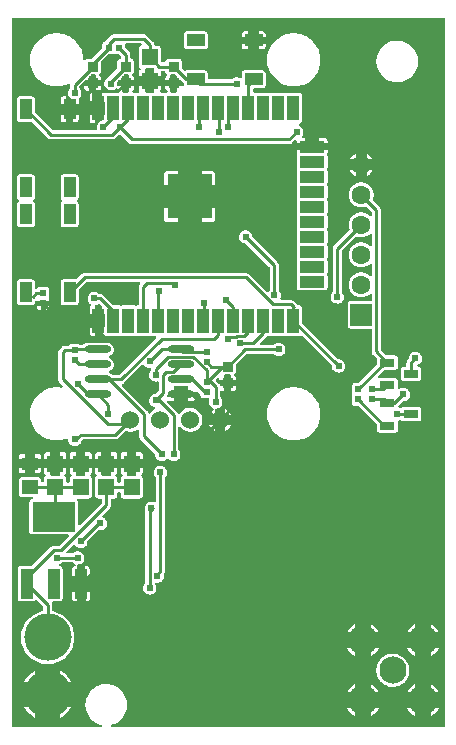
<source format=gbl>
G04 Layer: BottomLayer*
G04 EasyEDA v6.5.46, 2025-09-16 11:21:37*
G04 d57bd40a603b42be9e37e0d49851eb9c,10*
G04 Gerber Generator version 0.2*
G04 Scale: 100 percent, Rotated: No, Reflected: No *
G04 Dimensions in inches *
G04 leading zeros omitted , absolute positions ,3 integer and 6 decimal *
%FSLAX36Y36*%
%MOIN*%

%AMMACRO1*21,1,$1,$2,0,0,$3*%
%ADD10C,0.0100*%
%ADD11MACRO1,0.0669X0.0394X-90.0000*%
%ADD12MACRO1,0.0315X0.0354X-90.0000*%
%ADD13MACRO1,0.0315X0.0354X90.0000*%
%ADD14R,0.0532X0.0555*%
%ADD15MACRO1,0.0531X0.0555X0.0000*%
%ADD16MACRO1,0.0669X0.0394X90.0000*%
%ADD17R,0.0542X0.0446*%
%ADD18MACRO1,0.0542X0.0446X0.0000*%
%ADD19MACRO1,0.0492X0.0276X0.0000*%
%ADD20R,0.0213X0.0223*%
%ADD21MACRO1,0.0213X0.0223X0.0000*%
%ADD22MACRO1,0.0213X0.0223X90.0000*%
%ADD23MACRO1,0.0374X0.0827X0.0000*%
%ADD24MACRO1,0.0827X0.0374X0.0000*%
%ADD25MACRO1,0.1496X0.1496X0.0000*%
%ADD26O,0.088583X0.024803000000000002*%
%ADD27MACRO1,0.059X0.0393X0.0000*%
%ADD28MACRO1,0.0591X0.0393X0.0000*%
%ADD29MACRO1,0.0386X0.0972X0.0000*%
%ADD30MACRO1,0.1417X0.0972X0.0000*%
%ADD31C,0.0630*%
%ADD32MACRO1,0.0709X0.0709X90.0000*%
%ADD33C,0.1575*%
%ADD34C,0.0906*%
%ADD35C,0.0984*%
%ADD36C,0.0600*%
%ADD37C,0.0244*%
%ADD38C,0.0171*%

%LPD*%
G36*
X14200Y-2369800D02*
G01*
X12660Y-2369500D01*
X11379Y-2368620D01*
X10500Y-2367340D01*
X10200Y-2365800D01*
X10200Y-9200D01*
X10500Y-7660D01*
X11379Y-6380D01*
X12660Y-5500D01*
X14200Y-5200D01*
X1450800Y-5200D01*
X1452340Y-5500D01*
X1453620Y-6380D01*
X1454500Y-7660D01*
X1454800Y-9200D01*
X1454800Y-2365800D01*
X1454500Y-2367340D01*
X1453620Y-2368620D01*
X1452340Y-2369500D01*
X1450800Y-2369800D01*
X343519Y-2369800D01*
X341920Y-2369480D01*
X340600Y-2368540D01*
X339760Y-2367160D01*
X339520Y-2365560D01*
X339940Y-2363980D01*
X340959Y-2362720D01*
X342400Y-2361960D01*
X347740Y-2360400D01*
X354360Y-2357720D01*
X360640Y-2354360D01*
X366560Y-2350380D01*
X372040Y-2345820D01*
X377020Y-2340720D01*
X381440Y-2335120D01*
X385260Y-2329100D01*
X388459Y-2322720D01*
X390959Y-2316060D01*
X392780Y-2309160D01*
X393880Y-2302120D01*
X394240Y-2295000D01*
X393880Y-2287880D01*
X392780Y-2280840D01*
X390959Y-2273940D01*
X388459Y-2267280D01*
X385260Y-2260900D01*
X381440Y-2254880D01*
X377020Y-2249280D01*
X372040Y-2244180D01*
X366560Y-2239620D01*
X360640Y-2235640D01*
X354360Y-2232280D01*
X347740Y-2229600D01*
X340900Y-2227600D01*
X333900Y-2226320D01*
X326780Y-2225780D01*
X319660Y-2225960D01*
X312580Y-2226880D01*
X305640Y-2228520D01*
X298920Y-2230860D01*
X292460Y-2233880D01*
X286340Y-2237540D01*
X280640Y-2241820D01*
X275420Y-2246680D01*
X270700Y-2252020D01*
X266580Y-2257840D01*
X263060Y-2264040D01*
X260200Y-2270580D01*
X258039Y-2277360D01*
X256580Y-2284340D01*
X255840Y-2291440D01*
X255840Y-2298560D01*
X256580Y-2305660D01*
X258039Y-2312640D01*
X260200Y-2319420D01*
X263060Y-2325960D01*
X266580Y-2332160D01*
X270700Y-2337980D01*
X275420Y-2343320D01*
X280640Y-2348180D01*
X286340Y-2352460D01*
X292460Y-2356120D01*
X298920Y-2359140D01*
X305640Y-2361480D01*
X307440Y-2361900D01*
X308920Y-2362600D01*
X310020Y-2363860D01*
X310500Y-2365440D01*
X310300Y-2367080D01*
X309480Y-2368500D01*
X308140Y-2369460D01*
X306520Y-2369800D01*
G37*

%LPC*%
G36*
X171860Y-2337860D02*
G01*
X176820Y-2335100D01*
X183600Y-2330460D01*
X189920Y-2325220D01*
X195720Y-2319400D01*
X200960Y-2313080D01*
X205620Y-2306300D01*
X208359Y-2301360D01*
X171860Y-2301360D01*
G37*
G36*
X88120Y-2337860D02*
G01*
X88120Y-2301360D01*
X51620Y-2301360D01*
X54380Y-2306300D01*
X59020Y-2313080D01*
X64280Y-2319400D01*
X70080Y-2325220D01*
X76400Y-2330460D01*
X83180Y-2335100D01*
G37*
G36*
X1152900Y-2332780D02*
G01*
X1152900Y-2307100D01*
X1127220Y-2307100D01*
X1129700Y-2311600D01*
X1133560Y-2317040D01*
X1138000Y-2322000D01*
X1142960Y-2326440D01*
X1148400Y-2330300D01*
G37*
G36*
X1407100Y-2332780D02*
G01*
X1411600Y-2330300D01*
X1417040Y-2326440D01*
X1422000Y-2322000D01*
X1426440Y-2317040D01*
X1430300Y-2311600D01*
X1432780Y-2307100D01*
X1407100Y-2307100D01*
G37*
G36*
X1352900Y-2332780D02*
G01*
X1352900Y-2307100D01*
X1327220Y-2307100D01*
X1329700Y-2311600D01*
X1333560Y-2317040D01*
X1338000Y-2322000D01*
X1342960Y-2326440D01*
X1348400Y-2330300D01*
G37*
G36*
X1207100Y-2332780D02*
G01*
X1211600Y-2330300D01*
X1217040Y-2326440D01*
X1222000Y-2322000D01*
X1226440Y-2317040D01*
X1230300Y-2311600D01*
X1232780Y-2307100D01*
X1207100Y-2307100D01*
G37*
G36*
X1407100Y-2252900D02*
G01*
X1432780Y-2252900D01*
X1430300Y-2248400D01*
X1426440Y-2242960D01*
X1422000Y-2238000D01*
X1417040Y-2233560D01*
X1411600Y-2229700D01*
X1407100Y-2227220D01*
G37*
G36*
X1127220Y-2252900D02*
G01*
X1152900Y-2252900D01*
X1152900Y-2227220D01*
X1148400Y-2229700D01*
X1142960Y-2233560D01*
X1138000Y-2238000D01*
X1133560Y-2242960D01*
X1129700Y-2248400D01*
G37*
G36*
X1207100Y-2252900D02*
G01*
X1232780Y-2252900D01*
X1230300Y-2248400D01*
X1226440Y-2242960D01*
X1222000Y-2238000D01*
X1217040Y-2233560D01*
X1211600Y-2229700D01*
X1207100Y-2227220D01*
G37*
G36*
X1327220Y-2252900D02*
G01*
X1352900Y-2252900D01*
X1352900Y-2227220D01*
X1348400Y-2229700D01*
X1342960Y-2233560D01*
X1338000Y-2238000D01*
X1333560Y-2242960D01*
X1329700Y-2248400D01*
G37*
G36*
X1281579Y-2235440D02*
G01*
X1287900Y-2234900D01*
X1294100Y-2233640D01*
X1300120Y-2231680D01*
X1305880Y-2229060D01*
X1311300Y-2225780D01*
X1316320Y-2221920D01*
X1320860Y-2217500D01*
X1324880Y-2212600D01*
X1328300Y-2207280D01*
X1331100Y-2201600D01*
X1333220Y-2195620D01*
X1334660Y-2189460D01*
X1335380Y-2183160D01*
X1335380Y-2176840D01*
X1334660Y-2170540D01*
X1333220Y-2164380D01*
X1331100Y-2158400D01*
X1328300Y-2152720D01*
X1324880Y-2147400D01*
X1320860Y-2142500D01*
X1316320Y-2138080D01*
X1311300Y-2134220D01*
X1305880Y-2130940D01*
X1300120Y-2128320D01*
X1294100Y-2126360D01*
X1287900Y-2125100D01*
X1281579Y-2124560D01*
X1275260Y-2124740D01*
X1268980Y-2125640D01*
X1262860Y-2127240D01*
X1256960Y-2129540D01*
X1251360Y-2132500D01*
X1246120Y-2136080D01*
X1241340Y-2140220D01*
X1237060Y-2144880D01*
X1233340Y-2150020D01*
X1230220Y-2155520D01*
X1227760Y-2161360D01*
X1225980Y-2167440D01*
X1224900Y-2173680D01*
X1224540Y-2180000D01*
X1224900Y-2186320D01*
X1225980Y-2192560D01*
X1227760Y-2198640D01*
X1230220Y-2204480D01*
X1233340Y-2209980D01*
X1237060Y-2215120D01*
X1241340Y-2219780D01*
X1246120Y-2223920D01*
X1251360Y-2227500D01*
X1256960Y-2230460D01*
X1262860Y-2232760D01*
X1268980Y-2234360D01*
X1275260Y-2235260D01*
G37*
G36*
X171860Y-2217620D02*
G01*
X208359Y-2217620D01*
X205620Y-2212660D01*
X200960Y-2205900D01*
X195720Y-2199580D01*
X189920Y-2193760D01*
X183600Y-2188520D01*
X176820Y-2183880D01*
X171860Y-2181120D01*
G37*
G36*
X51620Y-2217620D02*
G01*
X88120Y-2217620D01*
X88120Y-2181120D01*
X83180Y-2183880D01*
X76400Y-2188520D01*
X70080Y-2193760D01*
X64280Y-2199580D01*
X59020Y-2205900D01*
X54380Y-2212660D01*
G37*
G36*
X130000Y-2159440D02*
G01*
X138200Y-2159060D01*
X146340Y-2157940D01*
X154340Y-2156060D01*
X162120Y-2153440D01*
X169640Y-2150120D01*
X176820Y-2146120D01*
X183600Y-2141480D01*
X189920Y-2136240D01*
X195720Y-2130420D01*
X200960Y-2124100D01*
X205620Y-2117320D01*
X209600Y-2110160D01*
X212920Y-2102640D01*
X215539Y-2094840D01*
X217420Y-2086860D01*
X218560Y-2078720D01*
X218939Y-2070520D01*
X218560Y-2062300D01*
X217420Y-2054160D01*
X215539Y-2046180D01*
X212920Y-2038380D01*
X209600Y-2030860D01*
X205620Y-2023700D01*
X200960Y-2016920D01*
X195720Y-2010600D01*
X189920Y-2004780D01*
X183600Y-1999540D01*
X176820Y-1994900D01*
X169640Y-1990900D01*
X162120Y-1987580D01*
X154340Y-1984980D01*
X148280Y-1983540D01*
X146700Y-1982760D01*
X145600Y-1981380D01*
X145200Y-1979660D01*
X145200Y-1962360D01*
X144880Y-1959199D01*
X143540Y-1954740D01*
X143760Y-1953120D01*
X144600Y-1951720D01*
X145940Y-1950780D01*
X147540Y-1950440D01*
X169060Y-1950440D01*
X171560Y-1950160D01*
X173700Y-1949400D01*
X175640Y-1948200D01*
X177240Y-1946579D01*
X178460Y-1944660D01*
X179220Y-1942500D01*
X179500Y-1940020D01*
X179500Y-1843220D01*
X179220Y-1840720D01*
X178460Y-1838580D01*
X177240Y-1836639D01*
X175640Y-1835040D01*
X173700Y-1833820D01*
X171560Y-1833080D01*
X170440Y-1832940D01*
X168840Y-1832400D01*
X167600Y-1831240D01*
X166960Y-1829680D01*
X167020Y-1827980D01*
X167780Y-1826459D01*
X169100Y-1825400D01*
X171740Y-1824060D01*
X176480Y-1820520D01*
X178039Y-1820200D01*
X212000Y-1820200D01*
X213400Y-1820460D01*
X214640Y-1821200D01*
X216680Y-1823000D01*
X219920Y-1825000D01*
X220700Y-1825320D01*
X222160Y-1826300D01*
X223039Y-1827820D01*
X223180Y-1829560D01*
X222580Y-1831200D01*
X221320Y-1832420D01*
X219660Y-1833000D01*
X219000Y-1833080D01*
X216840Y-1833820D01*
X214920Y-1835040D01*
X213299Y-1836639D01*
X212100Y-1838580D01*
X211340Y-1840720D01*
X211060Y-1843220D01*
X211060Y-1864800D01*
X228400Y-1864800D01*
X228400Y-1831220D01*
X228660Y-1829800D01*
X229400Y-1828580D01*
X230520Y-1827680D01*
X231900Y-1827240D01*
X234720Y-1826879D01*
X238340Y-1825780D01*
X241740Y-1824060D01*
X244800Y-1821800D01*
X247420Y-1819060D01*
X249540Y-1815920D01*
X251119Y-1812460D01*
X252060Y-1808779D01*
X252399Y-1805000D01*
X252060Y-1801220D01*
X251119Y-1797540D01*
X249540Y-1794079D01*
X247420Y-1790940D01*
X244800Y-1788200D01*
X241740Y-1785940D01*
X238340Y-1784220D01*
X234720Y-1783120D01*
X230960Y-1782620D01*
X227160Y-1782800D01*
X223440Y-1783600D01*
X219920Y-1785000D01*
X216680Y-1787000D01*
X214640Y-1788800D01*
X213400Y-1789540D01*
X212000Y-1789800D01*
X196360Y-1789800D01*
X194820Y-1789500D01*
X193520Y-1788620D01*
X192659Y-1787340D01*
X192360Y-1785800D01*
X192659Y-1784259D01*
X193520Y-1782980D01*
X215020Y-1761480D01*
X216240Y-1760640D01*
X217659Y-1760300D01*
X219120Y-1760500D01*
X220400Y-1761220D01*
X223840Y-1765500D01*
X226680Y-1768000D01*
X229920Y-1770000D01*
X233440Y-1771399D01*
X237160Y-1772200D01*
X240960Y-1772380D01*
X244720Y-1771879D01*
X248340Y-1770780D01*
X251740Y-1769060D01*
X254800Y-1766800D01*
X257420Y-1764060D01*
X259540Y-1760920D01*
X261119Y-1757460D01*
X262060Y-1753779D01*
X262340Y-1750480D01*
X262700Y-1749139D01*
X263500Y-1747980D01*
X298260Y-1713240D01*
X299340Y-1712480D01*
X300600Y-1712100D01*
X305960Y-1712380D01*
X309720Y-1711879D01*
X313340Y-1710780D01*
X316740Y-1709060D01*
X319800Y-1706800D01*
X322420Y-1704060D01*
X324540Y-1700920D01*
X326120Y-1697460D01*
X327060Y-1693779D01*
X327400Y-1690000D01*
X327060Y-1686220D01*
X326120Y-1682540D01*
X324540Y-1679079D01*
X322420Y-1675940D01*
X319800Y-1673200D01*
X316740Y-1670940D01*
X314240Y-1669680D01*
X313060Y-1668760D01*
X312280Y-1667460D01*
X312040Y-1665980D01*
X312380Y-1664520D01*
X313220Y-1663280D01*
X335600Y-1640880D01*
X337620Y-1638440D01*
X339020Y-1635800D01*
X339880Y-1632960D01*
X340200Y-1629800D01*
X340200Y-1611320D01*
X340500Y-1609800D01*
X341380Y-1608500D01*
X342660Y-1607640D01*
X344200Y-1607320D01*
X351360Y-1607320D01*
X353840Y-1607040D01*
X355980Y-1606300D01*
X357920Y-1605080D01*
X359520Y-1603480D01*
X360740Y-1601540D01*
X361500Y-1599400D01*
X361780Y-1596900D01*
X361780Y-1589199D01*
X362080Y-1587660D01*
X362939Y-1586380D01*
X364240Y-1585500D01*
X365780Y-1585200D01*
X369219Y-1585200D01*
X370760Y-1585500D01*
X372060Y-1586380D01*
X372920Y-1587660D01*
X373220Y-1589199D01*
X373220Y-1596900D01*
X373500Y-1599400D01*
X374260Y-1601540D01*
X375480Y-1603480D01*
X377080Y-1605080D01*
X379020Y-1606300D01*
X381160Y-1607040D01*
X383640Y-1607320D01*
X436360Y-1607320D01*
X438840Y-1607040D01*
X440980Y-1606300D01*
X442920Y-1605080D01*
X444520Y-1603480D01*
X445740Y-1601540D01*
X446500Y-1599400D01*
X446780Y-1596900D01*
X446780Y-1541840D01*
X446500Y-1539360D01*
X445740Y-1537200D01*
X444520Y-1535280D01*
X442920Y-1533660D01*
X441320Y-1532280D01*
X440700Y-1530800D01*
X440700Y-1529199D01*
X441320Y-1527720D01*
X442920Y-1526339D01*
X444520Y-1524720D01*
X445740Y-1522800D01*
X446500Y-1520640D01*
X446780Y-1518160D01*
X446780Y-1507000D01*
X425780Y-1507000D01*
X425780Y-1527420D01*
X425480Y-1528940D01*
X424620Y-1530240D01*
X423320Y-1531120D01*
X421780Y-1531420D01*
X398220Y-1531420D01*
X396680Y-1531120D01*
X395379Y-1530240D01*
X394520Y-1528940D01*
X394219Y-1527420D01*
X394219Y-1507000D01*
X373220Y-1507000D01*
X373220Y-1518160D01*
X373500Y-1520640D01*
X374260Y-1522800D01*
X375480Y-1524720D01*
X377080Y-1526339D01*
X378680Y-1527720D01*
X379300Y-1529199D01*
X379300Y-1530800D01*
X378680Y-1532280D01*
X377080Y-1533660D01*
X375480Y-1535280D01*
X374260Y-1537200D01*
X373500Y-1539360D01*
X373220Y-1541840D01*
X373220Y-1550800D01*
X372920Y-1552340D01*
X372060Y-1553620D01*
X370760Y-1554500D01*
X369219Y-1554800D01*
X365780Y-1554800D01*
X364240Y-1554500D01*
X362939Y-1553620D01*
X362080Y-1552340D01*
X361780Y-1550800D01*
X361780Y-1541840D01*
X361500Y-1539360D01*
X360740Y-1537200D01*
X359520Y-1535280D01*
X357920Y-1533660D01*
X356320Y-1532280D01*
X355700Y-1530800D01*
X355700Y-1529199D01*
X356320Y-1527720D01*
X357920Y-1526339D01*
X359520Y-1524720D01*
X360740Y-1522800D01*
X361500Y-1520640D01*
X361780Y-1518160D01*
X361780Y-1507000D01*
X340780Y-1507000D01*
X340780Y-1527420D01*
X340480Y-1528940D01*
X339620Y-1530240D01*
X338320Y-1531120D01*
X336780Y-1531420D01*
X313220Y-1531420D01*
X311680Y-1531120D01*
X310380Y-1530240D01*
X309520Y-1528940D01*
X309220Y-1527420D01*
X309220Y-1507000D01*
X288220Y-1507000D01*
X288220Y-1518160D01*
X288500Y-1520640D01*
X289260Y-1522800D01*
X290480Y-1524720D01*
X292080Y-1526339D01*
X293680Y-1527720D01*
X294300Y-1529199D01*
X294300Y-1530800D01*
X293680Y-1532280D01*
X292080Y-1533660D01*
X290480Y-1535280D01*
X289260Y-1537200D01*
X288500Y-1539360D01*
X288220Y-1541840D01*
X288220Y-1596900D01*
X288500Y-1599400D01*
X289260Y-1601540D01*
X290480Y-1603480D01*
X292080Y-1605080D01*
X294020Y-1606300D01*
X296160Y-1607040D01*
X298640Y-1607320D01*
X305800Y-1607320D01*
X307340Y-1607640D01*
X308620Y-1608500D01*
X309500Y-1609800D01*
X309800Y-1611320D01*
X309800Y-1622040D01*
X309500Y-1623580D01*
X308620Y-1624880D01*
X237900Y-1695600D01*
X236600Y-1696480D01*
X235060Y-1696780D01*
X233540Y-1696480D01*
X232240Y-1695600D01*
X231380Y-1694319D01*
X231060Y-1692780D01*
X231060Y-1619980D01*
X230780Y-1617500D01*
X230040Y-1615340D01*
X228840Y-1613460D01*
X228260Y-1611860D01*
X228400Y-1610180D01*
X229220Y-1608700D01*
X230580Y-1607680D01*
X232220Y-1607320D01*
X266360Y-1607320D01*
X268840Y-1607040D01*
X270980Y-1606300D01*
X272920Y-1605080D01*
X274520Y-1603480D01*
X275740Y-1601540D01*
X276500Y-1599400D01*
X276780Y-1596900D01*
X276780Y-1541840D01*
X276500Y-1539360D01*
X275740Y-1537200D01*
X274520Y-1535280D01*
X272920Y-1533660D01*
X271320Y-1532280D01*
X270700Y-1530800D01*
X270700Y-1529199D01*
X271320Y-1527720D01*
X272920Y-1526339D01*
X274520Y-1524720D01*
X275740Y-1522800D01*
X276500Y-1520640D01*
X276780Y-1518160D01*
X276780Y-1507000D01*
X255780Y-1507000D01*
X255780Y-1527420D01*
X255479Y-1528940D01*
X254620Y-1530240D01*
X253320Y-1531120D01*
X251780Y-1531420D01*
X228220Y-1531420D01*
X226680Y-1531120D01*
X225380Y-1530240D01*
X224520Y-1528940D01*
X224220Y-1527420D01*
X224220Y-1507000D01*
X203220Y-1507000D01*
X203220Y-1518160D01*
X203500Y-1520640D01*
X204259Y-1522800D01*
X205479Y-1524720D01*
X207079Y-1526339D01*
X208680Y-1527720D01*
X209300Y-1529199D01*
X209300Y-1530800D01*
X208680Y-1532280D01*
X207079Y-1533660D01*
X205479Y-1535280D01*
X204259Y-1537200D01*
X203500Y-1539360D01*
X203220Y-1541840D01*
X203220Y-1550180D01*
X202920Y-1551699D01*
X202060Y-1553000D01*
X200760Y-1553860D01*
X199220Y-1554180D01*
X195780Y-1554180D01*
X194240Y-1553860D01*
X192940Y-1553000D01*
X192079Y-1551699D01*
X191780Y-1550180D01*
X191780Y-1541840D01*
X191500Y-1539360D01*
X190740Y-1537200D01*
X189520Y-1535280D01*
X187920Y-1533660D01*
X186320Y-1532280D01*
X185700Y-1530800D01*
X185700Y-1529199D01*
X186320Y-1527720D01*
X187920Y-1526339D01*
X189520Y-1524720D01*
X190740Y-1522800D01*
X191500Y-1520640D01*
X191780Y-1518160D01*
X191780Y-1507000D01*
X170780Y-1507000D01*
X170780Y-1527420D01*
X170479Y-1528940D01*
X169620Y-1530240D01*
X168320Y-1531120D01*
X166780Y-1531420D01*
X143220Y-1531420D01*
X141680Y-1531120D01*
X140380Y-1530240D01*
X139520Y-1528940D01*
X139220Y-1527420D01*
X139220Y-1507000D01*
X118219Y-1507000D01*
X118219Y-1518160D01*
X118500Y-1520640D01*
X119260Y-1522800D01*
X120480Y-1524720D01*
X122080Y-1526339D01*
X123680Y-1527720D01*
X124300Y-1529199D01*
X124300Y-1530800D01*
X123680Y-1532280D01*
X122080Y-1533660D01*
X120480Y-1535280D01*
X119260Y-1537200D01*
X118500Y-1539360D01*
X118219Y-1541840D01*
X118219Y-1550180D01*
X117920Y-1551699D01*
X117060Y-1553000D01*
X115760Y-1553860D01*
X114220Y-1554180D01*
X111300Y-1554180D01*
X109780Y-1553860D01*
X108480Y-1553000D01*
X107620Y-1551699D01*
X107300Y-1550180D01*
X107300Y-1547300D01*
X107020Y-1544820D01*
X106280Y-1542660D01*
X105060Y-1540740D01*
X103460Y-1539120D01*
X101519Y-1537920D01*
X99380Y-1537160D01*
X96880Y-1536879D01*
X43120Y-1536879D01*
X40620Y-1537160D01*
X38480Y-1537920D01*
X36540Y-1539120D01*
X34940Y-1540740D01*
X33720Y-1542660D01*
X32980Y-1544820D01*
X32700Y-1547300D01*
X32700Y-1591440D01*
X32980Y-1593940D01*
X33720Y-1596080D01*
X34940Y-1598000D01*
X36540Y-1599620D01*
X38480Y-1600840D01*
X40620Y-1601579D01*
X43120Y-1601860D01*
X76460Y-1601860D01*
X78140Y-1602240D01*
X79500Y-1603280D01*
X80300Y-1604780D01*
X80399Y-1606500D01*
X79780Y-1608100D01*
X78520Y-1609280D01*
X74720Y-1610600D01*
X72800Y-1611800D01*
X71180Y-1613420D01*
X69960Y-1615340D01*
X69220Y-1617500D01*
X68940Y-1619980D01*
X68940Y-1716780D01*
X69220Y-1719280D01*
X69960Y-1721420D01*
X71180Y-1723360D01*
X72800Y-1724960D01*
X74720Y-1726180D01*
X76860Y-1726920D01*
X79360Y-1727200D01*
X196640Y-1727200D01*
X198160Y-1727520D01*
X199460Y-1728380D01*
X200340Y-1729680D01*
X200640Y-1731200D01*
X200340Y-1732740D01*
X199460Y-1734040D01*
X169880Y-1763620D01*
X168580Y-1764500D01*
X167040Y-1764800D01*
X150200Y-1764800D01*
X147040Y-1765120D01*
X144200Y-1765980D01*
X141560Y-1767380D01*
X139120Y-1769400D01*
X76880Y-1831620D01*
X75580Y-1832480D01*
X74060Y-1832800D01*
X40380Y-1832800D01*
X37900Y-1833080D01*
X35740Y-1833820D01*
X33820Y-1835040D01*
X32200Y-1836639D01*
X31000Y-1838580D01*
X30240Y-1840720D01*
X29960Y-1843220D01*
X29960Y-1940020D01*
X30240Y-1942500D01*
X31000Y-1944660D01*
X32200Y-1946579D01*
X33820Y-1948200D01*
X35740Y-1949400D01*
X37900Y-1950160D01*
X40380Y-1950440D01*
X78520Y-1950440D01*
X81000Y-1950160D01*
X83160Y-1949400D01*
X85079Y-1948200D01*
X86980Y-1946300D01*
X88280Y-1945420D01*
X89800Y-1945120D01*
X91340Y-1945420D01*
X92640Y-1946300D01*
X113620Y-1967280D01*
X114500Y-1968580D01*
X114800Y-1970120D01*
X114800Y-1979660D01*
X114400Y-1981380D01*
X113300Y-1982760D01*
X111720Y-1983540D01*
X105660Y-1984980D01*
X97860Y-1987580D01*
X90360Y-1990900D01*
X83180Y-1994900D01*
X76400Y-1999540D01*
X70080Y-2004780D01*
X64280Y-2010600D01*
X59020Y-2016920D01*
X54380Y-2023700D01*
X50380Y-2030860D01*
X47060Y-2038380D01*
X44460Y-2046180D01*
X42580Y-2054160D01*
X41440Y-2062300D01*
X41060Y-2070520D01*
X41440Y-2078720D01*
X42580Y-2086860D01*
X44460Y-2094840D01*
X47060Y-2102640D01*
X50380Y-2110160D01*
X54380Y-2117320D01*
X59020Y-2124100D01*
X64280Y-2130420D01*
X70080Y-2136240D01*
X76400Y-2141480D01*
X83180Y-2146120D01*
X90360Y-2150120D01*
X97860Y-2153440D01*
X105660Y-2156060D01*
X113660Y-2157940D01*
X121800Y-2159060D01*
G37*
G36*
X1407100Y-2132780D02*
G01*
X1411600Y-2130300D01*
X1417040Y-2126440D01*
X1422000Y-2122000D01*
X1426440Y-2117040D01*
X1430300Y-2111600D01*
X1432780Y-2107100D01*
X1407100Y-2107100D01*
G37*
G36*
X1152900Y-2132780D02*
G01*
X1152900Y-2107100D01*
X1127220Y-2107100D01*
X1129700Y-2111600D01*
X1133560Y-2117040D01*
X1138000Y-2122000D01*
X1142960Y-2126440D01*
X1148400Y-2130300D01*
G37*
G36*
X1352900Y-2132780D02*
G01*
X1352900Y-2107100D01*
X1327220Y-2107100D01*
X1329700Y-2111600D01*
X1333560Y-2117040D01*
X1338000Y-2122000D01*
X1342960Y-2126440D01*
X1348400Y-2130300D01*
G37*
G36*
X1207100Y-2132780D02*
G01*
X1211600Y-2130300D01*
X1217040Y-2126440D01*
X1222000Y-2122000D01*
X1226440Y-2117040D01*
X1230300Y-2111600D01*
X1232780Y-2107100D01*
X1207100Y-2107100D01*
G37*
G36*
X1407100Y-2052900D02*
G01*
X1432780Y-2052900D01*
X1430300Y-2048400D01*
X1426440Y-2042960D01*
X1422000Y-2038000D01*
X1417040Y-2033560D01*
X1411600Y-2029700D01*
X1407100Y-2027220D01*
G37*
G36*
X1327220Y-2052900D02*
G01*
X1352900Y-2052900D01*
X1352900Y-2027220D01*
X1348400Y-2029700D01*
X1342960Y-2033560D01*
X1338000Y-2038000D01*
X1333560Y-2042960D01*
X1329700Y-2048400D01*
G37*
G36*
X1207100Y-2052900D02*
G01*
X1232780Y-2052900D01*
X1230300Y-2048400D01*
X1226440Y-2042960D01*
X1222000Y-2038000D01*
X1217040Y-2033560D01*
X1211600Y-2029700D01*
X1207100Y-2027220D01*
G37*
G36*
X1127220Y-2052900D02*
G01*
X1152900Y-2052900D01*
X1152900Y-2027220D01*
X1148400Y-2029700D01*
X1142960Y-2033560D01*
X1138000Y-2038000D01*
X1133560Y-2042960D01*
X1129700Y-2048400D01*
G37*
G36*
X221480Y-1950440D02*
G01*
X228400Y-1950440D01*
X228400Y-1918420D01*
X211060Y-1918420D01*
X211060Y-1940020D01*
X211340Y-1942500D01*
X212100Y-1944660D01*
X213299Y-1946579D01*
X214920Y-1948200D01*
X216840Y-1949400D01*
X219000Y-1950160D01*
G37*
G36*
X252700Y-1950440D02*
G01*
X259620Y-1950440D01*
X262100Y-1950160D01*
X264260Y-1949400D01*
X266180Y-1948200D01*
X267800Y-1946579D01*
X269000Y-1944660D01*
X269760Y-1942500D01*
X270040Y-1940020D01*
X270040Y-1918420D01*
X252700Y-1918420D01*
G37*
G36*
X470959Y-1927380D02*
G01*
X474720Y-1926879D01*
X478340Y-1925780D01*
X481740Y-1924060D01*
X484799Y-1921800D01*
X487420Y-1919060D01*
X489540Y-1915920D01*
X491120Y-1912460D01*
X492060Y-1908779D01*
X492400Y-1905000D01*
X492060Y-1901220D01*
X491120Y-1897540D01*
X489540Y-1894079D01*
X489140Y-1893460D01*
X488500Y-1891840D01*
X488620Y-1890080D01*
X489460Y-1888560D01*
X490900Y-1887540D01*
X492620Y-1887220D01*
X495959Y-1887380D01*
X499720Y-1886879D01*
X503340Y-1885780D01*
X506740Y-1884060D01*
X509799Y-1881800D01*
X512420Y-1879060D01*
X514540Y-1875920D01*
X516120Y-1872460D01*
X517060Y-1868779D01*
X517400Y-1865000D01*
X517040Y-1860900D01*
X517100Y-1859740D01*
X517500Y-1858660D01*
X519020Y-1855800D01*
X519880Y-1852960D01*
X520200Y-1849800D01*
X520200Y-1538000D01*
X520480Y-1536500D01*
X521320Y-1535220D01*
X522420Y-1534060D01*
X524540Y-1530920D01*
X526120Y-1527460D01*
X527060Y-1523779D01*
X527400Y-1520000D01*
X527060Y-1516220D01*
X526120Y-1512540D01*
X524540Y-1509079D01*
X522420Y-1505940D01*
X519799Y-1503200D01*
X516740Y-1500940D01*
X513340Y-1499220D01*
X509720Y-1498120D01*
X505959Y-1497620D01*
X502160Y-1497800D01*
X498440Y-1498600D01*
X494920Y-1500000D01*
X491680Y-1502000D01*
X488840Y-1504500D01*
X486440Y-1507460D01*
X484600Y-1510780D01*
X483340Y-1514360D01*
X482700Y-1518100D01*
X482700Y-1521900D01*
X483340Y-1525640D01*
X484600Y-1529220D01*
X486440Y-1532540D01*
X488920Y-1535580D01*
X489580Y-1536759D01*
X489799Y-1538100D01*
X489799Y-1615980D01*
X489480Y-1617560D01*
X488540Y-1618899D01*
X487160Y-1619740D01*
X485560Y-1619980D01*
X484000Y-1619560D01*
X483340Y-1619220D01*
X479720Y-1618120D01*
X475959Y-1617620D01*
X472160Y-1617800D01*
X468440Y-1618600D01*
X464920Y-1620000D01*
X461680Y-1622000D01*
X458840Y-1624500D01*
X456440Y-1627460D01*
X454600Y-1630780D01*
X453340Y-1634360D01*
X452700Y-1638100D01*
X452700Y-1641900D01*
X453340Y-1645640D01*
X454580Y-1649160D01*
X454799Y-1650480D01*
X454799Y-1886900D01*
X454580Y-1888240D01*
X453920Y-1889420D01*
X451440Y-1892460D01*
X449600Y-1895780D01*
X448340Y-1899360D01*
X447700Y-1903100D01*
X447700Y-1906900D01*
X448340Y-1910640D01*
X449600Y-1914220D01*
X451440Y-1917540D01*
X453840Y-1920500D01*
X456680Y-1923000D01*
X459920Y-1925000D01*
X463440Y-1926399D01*
X467160Y-1927200D01*
G37*
G36*
X252700Y-1864800D02*
G01*
X270040Y-1864800D01*
X270040Y-1843220D01*
X269760Y-1840720D01*
X269000Y-1838580D01*
X267800Y-1836639D01*
X266180Y-1835040D01*
X264260Y-1833820D01*
X262100Y-1833080D01*
X259620Y-1832800D01*
X252700Y-1832800D01*
G37*
G36*
X43120Y-1523120D02*
G01*
X53940Y-1523120D01*
X53940Y-1504280D01*
X32700Y-1504280D01*
X32700Y-1512700D01*
X32980Y-1515180D01*
X33720Y-1517340D01*
X34940Y-1519259D01*
X36540Y-1520880D01*
X38480Y-1522080D01*
X40620Y-1522840D01*
G37*
G36*
X86060Y-1523120D02*
G01*
X96880Y-1523120D01*
X99380Y-1522840D01*
X101519Y-1522080D01*
X103460Y-1520880D01*
X105060Y-1519259D01*
X106280Y-1517340D01*
X107020Y-1515180D01*
X107300Y-1512700D01*
X107300Y-1504280D01*
X86060Y-1504280D01*
G37*
G36*
X510959Y-1482380D02*
G01*
X514720Y-1481879D01*
X518340Y-1480780D01*
X521740Y-1479060D01*
X524800Y-1476800D01*
X527140Y-1474360D01*
X528520Y-1473420D01*
X530180Y-1473140D01*
X531820Y-1473560D01*
X533140Y-1474620D01*
X533840Y-1475500D01*
X536680Y-1478000D01*
X539920Y-1480000D01*
X543440Y-1481399D01*
X547160Y-1482200D01*
X550960Y-1482380D01*
X554720Y-1481879D01*
X558340Y-1480780D01*
X561740Y-1479060D01*
X564800Y-1476800D01*
X567420Y-1474060D01*
X569540Y-1470920D01*
X571120Y-1467460D01*
X572060Y-1463779D01*
X572400Y-1460000D01*
X572060Y-1456220D01*
X571120Y-1452540D01*
X569540Y-1449079D01*
X567420Y-1445940D01*
X566320Y-1444780D01*
X565480Y-1443500D01*
X565200Y-1442000D01*
X565200Y-1370460D01*
X565560Y-1368820D01*
X566560Y-1367460D01*
X568020Y-1366639D01*
X569680Y-1366480D01*
X571280Y-1367040D01*
X572500Y-1368200D01*
X573460Y-1369600D01*
X577060Y-1373580D01*
X581160Y-1377040D01*
X585680Y-1379940D01*
X590560Y-1382200D01*
X595680Y-1383779D01*
X600980Y-1384680D01*
X606340Y-1384860D01*
X611680Y-1384319D01*
X616900Y-1383080D01*
X621920Y-1381140D01*
X626620Y-1378560D01*
X630940Y-1375380D01*
X634800Y-1371639D01*
X638140Y-1367440D01*
X640879Y-1362820D01*
X642960Y-1357860D01*
X644380Y-1352700D01*
X645100Y-1347360D01*
X645100Y-1342000D01*
X644380Y-1336680D01*
X642960Y-1331500D01*
X640879Y-1326560D01*
X638140Y-1321940D01*
X634800Y-1317720D01*
X630940Y-1314000D01*
X626620Y-1310800D01*
X621920Y-1308220D01*
X616900Y-1306300D01*
X611680Y-1305060D01*
X606340Y-1304520D01*
X600980Y-1304700D01*
X595680Y-1305580D01*
X590560Y-1307180D01*
X585680Y-1309440D01*
X581160Y-1312320D01*
X577060Y-1315800D01*
X573460Y-1319780D01*
X570560Y-1324019D01*
X569380Y-1325140D01*
X567860Y-1325700D01*
X566220Y-1325620D01*
X564760Y-1324880D01*
X563720Y-1323640D01*
X562620Y-1321560D01*
X560600Y-1319120D01*
X528600Y-1287100D01*
X527720Y-1285800D01*
X527420Y-1284240D01*
X527740Y-1282700D01*
X528620Y-1281399D01*
X529940Y-1280560D01*
X531500Y-1280280D01*
X533020Y-1280600D01*
X534760Y-1281360D01*
X538360Y-1282280D01*
X542260Y-1282600D01*
X549320Y-1282600D01*
X549320Y-1268700D01*
X531480Y-1268700D01*
X529880Y-1268360D01*
X528540Y-1267420D01*
X527700Y-1266000D01*
X527500Y-1264380D01*
X527960Y-1262820D01*
X529020Y-1260800D01*
X529880Y-1257960D01*
X530200Y-1254900D01*
X530600Y-1253500D01*
X531480Y-1252340D01*
X532740Y-1251560D01*
X534180Y-1251300D01*
X549320Y-1251300D01*
X549320Y-1236600D01*
X549640Y-1235060D01*
X550500Y-1233780D01*
X551800Y-1232900D01*
X553320Y-1232600D01*
X594620Y-1232600D01*
X596160Y-1232900D01*
X597440Y-1233780D01*
X598320Y-1235060D01*
X598620Y-1236600D01*
X598620Y-1251300D01*
X629340Y-1251300D01*
X630880Y-1251600D01*
X632180Y-1252460D01*
X638000Y-1258300D01*
X638860Y-1259600D01*
X639180Y-1261120D01*
X639180Y-1262960D01*
X639460Y-1265440D01*
X640200Y-1267580D01*
X641420Y-1269520D01*
X643020Y-1271120D01*
X644960Y-1272340D01*
X647099Y-1273100D01*
X649599Y-1273380D01*
X664800Y-1273380D01*
X666280Y-1273660D01*
X667560Y-1274480D01*
X668439Y-1275720D01*
X668780Y-1277200D01*
X667700Y-1283100D01*
X667700Y-1286900D01*
X668340Y-1290640D01*
X669599Y-1294220D01*
X671440Y-1297540D01*
X673840Y-1300500D01*
X676680Y-1303000D01*
X679920Y-1305000D01*
X681120Y-1305480D01*
X682560Y-1306459D01*
X683439Y-1307960D01*
X683600Y-1309700D01*
X683020Y-1311320D01*
X681780Y-1312560D01*
X681160Y-1312960D01*
X677060Y-1316420D01*
X673460Y-1320400D01*
X670420Y-1324840D01*
X668920Y-1327820D01*
X687500Y-1327820D01*
X687500Y-1311339D01*
X687760Y-1309920D01*
X688500Y-1308680D01*
X689620Y-1307800D01*
X691000Y-1307360D01*
X694720Y-1306879D01*
X698340Y-1305780D01*
X701740Y-1304060D01*
X704800Y-1301800D01*
X707440Y-1299040D01*
X709539Y-1295920D01*
X711120Y-1292460D01*
X712060Y-1288779D01*
X712400Y-1285000D01*
X712060Y-1281220D01*
X711120Y-1277540D01*
X709539Y-1274080D01*
X707420Y-1270940D01*
X706320Y-1269780D01*
X705480Y-1268500D01*
X705200Y-1267000D01*
X705200Y-1252160D01*
X705540Y-1250520D01*
X706540Y-1249180D01*
X707980Y-1248340D01*
X709640Y-1248180D01*
X712500Y-1248500D01*
X718640Y-1248500D01*
X718640Y-1232920D01*
X708120Y-1232920D01*
X706480Y-1232580D01*
X705120Y-1231560D01*
X704300Y-1230100D01*
X704020Y-1229200D01*
X702620Y-1226560D01*
X700600Y-1224120D01*
X690800Y-1214300D01*
X689940Y-1213020D01*
X689640Y-1211480D01*
X689940Y-1209960D01*
X690800Y-1208660D01*
X695260Y-1204200D01*
X696540Y-1203320D01*
X698080Y-1203020D01*
X699620Y-1203320D01*
X700920Y-1204200D01*
X701780Y-1205480D01*
X702080Y-1207020D01*
X702080Y-1212180D01*
X718640Y-1212180D01*
X718640Y-1197400D01*
X718940Y-1195860D01*
X719820Y-1194560D01*
X721120Y-1193700D01*
X722640Y-1193400D01*
X737360Y-1193400D01*
X738880Y-1193700D01*
X740180Y-1194560D01*
X741060Y-1195860D01*
X741360Y-1197400D01*
X741360Y-1212180D01*
X757920Y-1212180D01*
X757920Y-1207040D01*
X757640Y-1204540D01*
X756880Y-1202400D01*
X755680Y-1200460D01*
X754060Y-1198860D01*
X753319Y-1198380D01*
X752159Y-1197280D01*
X751520Y-1195800D01*
X751520Y-1194200D01*
X752159Y-1192720D01*
X753319Y-1191620D01*
X754060Y-1191140D01*
X755680Y-1189540D01*
X756880Y-1187600D01*
X757640Y-1185460D01*
X757920Y-1182960D01*
X757920Y-1162680D01*
X758220Y-1161140D01*
X759080Y-1159840D01*
X792560Y-1126380D01*
X793860Y-1125500D01*
X795400Y-1125200D01*
X882000Y-1125200D01*
X883400Y-1125460D01*
X884640Y-1126200D01*
X886680Y-1128000D01*
X889920Y-1130000D01*
X893439Y-1131400D01*
X897159Y-1132200D01*
X900960Y-1132380D01*
X904720Y-1131880D01*
X908340Y-1130780D01*
X911740Y-1129060D01*
X914800Y-1126800D01*
X917420Y-1124060D01*
X919539Y-1120920D01*
X921120Y-1117460D01*
X922060Y-1113780D01*
X922400Y-1110000D01*
X922060Y-1106220D01*
X921120Y-1102540D01*
X919539Y-1099080D01*
X917420Y-1095940D01*
X914800Y-1093200D01*
X911740Y-1090940D01*
X908340Y-1089220D01*
X904720Y-1088120D01*
X900960Y-1087620D01*
X897159Y-1087800D01*
X893439Y-1088600D01*
X889920Y-1090000D01*
X886680Y-1092000D01*
X884640Y-1093800D01*
X883400Y-1094540D01*
X882000Y-1094800D01*
X841360Y-1094800D01*
X839820Y-1094500D01*
X838520Y-1093620D01*
X837660Y-1092340D01*
X837360Y-1090800D01*
X837660Y-1089260D01*
X838520Y-1087980D01*
X859460Y-1067040D01*
X860759Y-1066180D01*
X862280Y-1065860D01*
X867360Y-1065860D01*
X869840Y-1065580D01*
X872520Y-1064620D01*
X873900Y-1064380D01*
X875260Y-1064620D01*
X877940Y-1065580D01*
X880420Y-1065860D01*
X917360Y-1065860D01*
X919840Y-1065580D01*
X922520Y-1064620D01*
X923900Y-1064380D01*
X925260Y-1064620D01*
X927940Y-1065580D01*
X930420Y-1065860D01*
X967360Y-1065860D01*
X969860Y-1065580D01*
X972000Y-1064840D01*
X972940Y-1064260D01*
X974160Y-1063740D01*
X975500Y-1063660D01*
X976800Y-1064040D01*
X977880Y-1064820D01*
X1076080Y-1163020D01*
X1076960Y-1164300D01*
X1077260Y-1165840D01*
X1077260Y-1166900D01*
X1077900Y-1170640D01*
X1079160Y-1174220D01*
X1081020Y-1177540D01*
X1083400Y-1180500D01*
X1086260Y-1183000D01*
X1089480Y-1185000D01*
X1093020Y-1186400D01*
X1096720Y-1187200D01*
X1100520Y-1187380D01*
X1104280Y-1186880D01*
X1107920Y-1185780D01*
X1111300Y-1184060D01*
X1114360Y-1181800D01*
X1117000Y-1179060D01*
X1119120Y-1175920D01*
X1120680Y-1172460D01*
X1121640Y-1168780D01*
X1121960Y-1165000D01*
X1121640Y-1161220D01*
X1120680Y-1157540D01*
X1119120Y-1154080D01*
X1117000Y-1150940D01*
X1114360Y-1148200D01*
X1111300Y-1145940D01*
X1107920Y-1144220D01*
X1104280Y-1143120D01*
X1098900Y-1142360D01*
X1097540Y-1141460D01*
X978960Y-1022900D01*
X978100Y-1021600D01*
X977800Y-1020060D01*
X977800Y-973220D01*
X977520Y-970720D01*
X976760Y-968580D01*
X975540Y-966640D01*
X973940Y-965040D01*
X972000Y-963820D01*
X969860Y-963060D01*
X967360Y-962780D01*
X965520Y-962780D01*
X963800Y-962400D01*
X962420Y-961320D01*
X960600Y-959120D01*
X950879Y-949400D01*
X948439Y-947380D01*
X945800Y-945980D01*
X942960Y-945120D01*
X939800Y-944800D01*
X909000Y-944800D01*
X907440Y-944479D01*
X906120Y-943600D01*
X905260Y-942260D01*
X905000Y-940699D01*
X905340Y-939160D01*
X906120Y-937460D01*
X907060Y-933780D01*
X907400Y-930000D01*
X907060Y-926220D01*
X906120Y-922540D01*
X904539Y-919080D01*
X902420Y-915939D01*
X901320Y-914780D01*
X900480Y-913500D01*
X900200Y-912000D01*
X900200Y-830200D01*
X899880Y-827039D01*
X899020Y-824200D01*
X897620Y-821560D01*
X895600Y-819120D01*
X813500Y-737020D01*
X812700Y-735860D01*
X812340Y-734520D01*
X812060Y-731220D01*
X811120Y-727540D01*
X809539Y-724080D01*
X807420Y-720939D01*
X804800Y-718199D01*
X801740Y-715939D01*
X798340Y-714220D01*
X794720Y-713120D01*
X790960Y-712620D01*
X787159Y-712800D01*
X783439Y-713600D01*
X779920Y-715000D01*
X776680Y-717000D01*
X773840Y-719500D01*
X771440Y-722460D01*
X769599Y-725780D01*
X768340Y-729360D01*
X767700Y-733100D01*
X767700Y-736900D01*
X768340Y-740639D01*
X769599Y-744220D01*
X771440Y-747540D01*
X773840Y-750500D01*
X776680Y-753000D01*
X779920Y-755000D01*
X783439Y-756400D01*
X787159Y-757200D01*
X789320Y-757300D01*
X790759Y-757640D01*
X791979Y-758460D01*
X868620Y-835120D01*
X869500Y-836420D01*
X869800Y-837960D01*
X869800Y-911900D01*
X869580Y-913240D01*
X868920Y-914419D01*
X865400Y-918780D01*
X864120Y-919500D01*
X862660Y-919700D01*
X861240Y-919360D01*
X860020Y-918520D01*
X800879Y-859400D01*
X798439Y-857380D01*
X795800Y-855980D01*
X792960Y-855120D01*
X789800Y-854800D01*
X253000Y-854800D01*
X249860Y-855100D01*
X247000Y-855960D01*
X244380Y-857360D01*
X241920Y-859380D01*
X226100Y-875180D01*
X225140Y-875879D01*
X224020Y-876280D01*
X183380Y-876260D01*
X180900Y-876540D01*
X178740Y-877280D01*
X176820Y-878500D01*
X175200Y-880120D01*
X173980Y-882039D01*
X173240Y-884200D01*
X172960Y-886680D01*
X172960Y-953160D01*
X173240Y-955639D01*
X173980Y-957800D01*
X175200Y-959720D01*
X176820Y-961340D01*
X178740Y-962560D01*
X180900Y-963300D01*
X183380Y-963580D01*
X222300Y-963580D01*
X224800Y-963300D01*
X226940Y-962560D01*
X228880Y-961340D01*
X230479Y-959720D01*
X231700Y-957800D01*
X232440Y-955639D01*
X232719Y-953160D01*
X232719Y-913160D01*
X233039Y-911640D01*
X233900Y-910340D01*
X257920Y-886360D01*
X259220Y-885500D01*
X260740Y-885200D01*
X433940Y-885200D01*
X435420Y-885480D01*
X436680Y-886280D01*
X437560Y-887480D01*
X437939Y-888940D01*
X437760Y-890420D01*
X437040Y-891740D01*
X436280Y-892660D01*
X434880Y-895300D01*
X434020Y-898139D01*
X433700Y-901300D01*
X433700Y-958840D01*
X433440Y-960280D01*
X432680Y-961520D01*
X431540Y-962400D01*
X430140Y-962820D01*
X427939Y-963060D01*
X425260Y-964040D01*
X423900Y-964280D01*
X422540Y-964040D01*
X419840Y-963060D01*
X417360Y-962780D01*
X380420Y-962780D01*
X377939Y-963060D01*
X375260Y-964040D01*
X373900Y-964280D01*
X372540Y-964040D01*
X369840Y-963060D01*
X367360Y-962780D01*
X350940Y-962780D01*
X349420Y-962480D01*
X348120Y-961620D01*
X315880Y-929400D01*
X313440Y-927380D01*
X310800Y-925980D01*
X307960Y-925120D01*
X304800Y-924800D01*
X303040Y-924800D01*
X301480Y-924479D01*
X296740Y-920939D01*
X293340Y-919220D01*
X289720Y-918120D01*
X285960Y-917620D01*
X282160Y-917800D01*
X278440Y-918600D01*
X274920Y-920000D01*
X271680Y-922000D01*
X268840Y-924500D01*
X266440Y-927460D01*
X264600Y-930780D01*
X263340Y-934360D01*
X262700Y-938100D01*
X262700Y-941900D01*
X263340Y-945639D01*
X264600Y-949220D01*
X266440Y-952540D01*
X268840Y-955500D01*
X271680Y-958000D01*
X273060Y-958860D01*
X274140Y-959820D01*
X274800Y-961080D01*
X274960Y-962520D01*
X274620Y-963900D01*
X273800Y-965080D01*
X272240Y-966640D01*
X271020Y-968580D01*
X270280Y-970720D01*
X270000Y-973220D01*
X270000Y-991160D01*
X287040Y-991160D01*
X287040Y-965660D01*
X287400Y-964020D01*
X288400Y-962660D01*
X289880Y-961840D01*
X293340Y-960780D01*
X296740Y-959060D01*
X298580Y-958000D01*
X300000Y-957860D01*
X301360Y-958220D01*
X302520Y-959020D01*
X309580Y-966060D01*
X310440Y-967360D01*
X310740Y-968900D01*
X310740Y-991160D01*
X316000Y-991160D01*
X317520Y-991460D01*
X318820Y-992340D01*
X319680Y-993620D01*
X320000Y-995160D01*
X320000Y-1033500D01*
X319680Y-1035020D01*
X318820Y-1036320D01*
X317520Y-1037200D01*
X316000Y-1037500D01*
X310740Y-1037500D01*
X310740Y-1065860D01*
X317360Y-1065860D01*
X319840Y-1065580D01*
X322540Y-1064620D01*
X323900Y-1064380D01*
X325260Y-1064620D01*
X327939Y-1065580D01*
X330420Y-1065860D01*
X367360Y-1065860D01*
X369840Y-1065580D01*
X372540Y-1064620D01*
X373900Y-1064380D01*
X375260Y-1064620D01*
X377939Y-1065580D01*
X380420Y-1065860D01*
X417360Y-1065860D01*
X419840Y-1065580D01*
X422540Y-1064620D01*
X423900Y-1064380D01*
X425260Y-1064620D01*
X427939Y-1065580D01*
X430420Y-1065860D01*
X467360Y-1065860D01*
X469840Y-1065580D01*
X472540Y-1064620D01*
X473900Y-1064380D01*
X475260Y-1064620D01*
X477939Y-1065580D01*
X480420Y-1065860D01*
X487980Y-1065860D01*
X489520Y-1066180D01*
X490800Y-1067040D01*
X491680Y-1068340D01*
X491980Y-1069860D01*
X491680Y-1071400D01*
X490800Y-1072700D01*
X369880Y-1193620D01*
X368579Y-1194500D01*
X367060Y-1194800D01*
X346200Y-1194800D01*
X344739Y-1194520D01*
X343480Y-1193740D01*
X341780Y-1192180D01*
X338660Y-1190140D01*
X335300Y-1188660D01*
X334040Y-1187780D01*
X333200Y-1186500D01*
X332920Y-1185000D01*
X333200Y-1183500D01*
X334040Y-1182200D01*
X335300Y-1181340D01*
X338660Y-1179860D01*
X341780Y-1177820D01*
X344540Y-1175300D01*
X346820Y-1172360D01*
X348600Y-1169080D01*
X349799Y-1165540D01*
X350420Y-1161860D01*
X350420Y-1158140D01*
X349799Y-1154460D01*
X348600Y-1150920D01*
X346820Y-1147640D01*
X344540Y-1144700D01*
X341780Y-1142180D01*
X338660Y-1140140D01*
X335300Y-1138660D01*
X334040Y-1137780D01*
X333200Y-1136500D01*
X332920Y-1135000D01*
X333200Y-1133500D01*
X334040Y-1132200D01*
X335300Y-1131340D01*
X338660Y-1129860D01*
X341780Y-1127820D01*
X344540Y-1125300D01*
X346820Y-1122360D01*
X348600Y-1119080D01*
X349799Y-1115540D01*
X350420Y-1111860D01*
X350420Y-1108140D01*
X349799Y-1104460D01*
X348600Y-1100920D01*
X346820Y-1097640D01*
X344540Y-1094700D01*
X341780Y-1092180D01*
X338660Y-1090140D01*
X335240Y-1088640D01*
X331640Y-1087720D01*
X327740Y-1087400D01*
X264300Y-1087400D01*
X260420Y-1087720D01*
X256800Y-1088640D01*
X253380Y-1090140D01*
X250260Y-1092180D01*
X248560Y-1093740D01*
X247300Y-1094520D01*
X245840Y-1094800D01*
X239560Y-1094800D01*
X238440Y-1094640D01*
X237399Y-1094160D01*
X235040Y-1092660D01*
X232900Y-1091900D01*
X230400Y-1091620D01*
X209600Y-1091620D01*
X207100Y-1091900D01*
X204960Y-1092660D01*
X203020Y-1093860D01*
X201420Y-1095480D01*
X200240Y-1096920D01*
X199060Y-1097580D01*
X197740Y-1097800D01*
X187200Y-1097800D01*
X184040Y-1098120D01*
X181200Y-1098980D01*
X178560Y-1100380D01*
X176119Y-1102400D01*
X169400Y-1109120D01*
X167380Y-1111560D01*
X165980Y-1114200D01*
X165120Y-1117040D01*
X164800Y-1120200D01*
X164800Y-1209800D01*
X165120Y-1212960D01*
X165980Y-1215800D01*
X167380Y-1218440D01*
X169400Y-1220880D01*
X179220Y-1230720D01*
X180120Y-1232100D01*
X180400Y-1233740D01*
X179980Y-1235340D01*
X178939Y-1236620D01*
X177480Y-1237400D01*
X175840Y-1237500D01*
X168200Y-1236440D01*
X160000Y-1236060D01*
X151800Y-1236440D01*
X143660Y-1237580D01*
X135660Y-1239460D01*
X127880Y-1242060D01*
X120360Y-1245380D01*
X113180Y-1249380D01*
X106400Y-1254020D01*
X100079Y-1259280D01*
X94280Y-1265080D01*
X89019Y-1271400D01*
X84380Y-1278180D01*
X80380Y-1285360D01*
X77060Y-1292880D01*
X74460Y-1300660D01*
X72580Y-1308660D01*
X71440Y-1316800D01*
X71060Y-1325000D01*
X71440Y-1333200D01*
X72580Y-1341339D01*
X74460Y-1349340D01*
X77060Y-1357120D01*
X80380Y-1364640D01*
X84380Y-1371819D01*
X89019Y-1378600D01*
X94280Y-1384920D01*
X100079Y-1390720D01*
X106400Y-1395980D01*
X113180Y-1400620D01*
X120360Y-1404620D01*
X127880Y-1407940D01*
X135660Y-1410540D01*
X143660Y-1412420D01*
X151800Y-1413560D01*
X160000Y-1413940D01*
X168200Y-1413560D01*
X176340Y-1412420D01*
X184340Y-1410540D01*
X192420Y-1407820D01*
X193900Y-1407620D01*
X195380Y-1407980D01*
X196600Y-1408860D01*
X197399Y-1410140D01*
X198340Y-1415640D01*
X199600Y-1419220D01*
X201439Y-1422540D01*
X203840Y-1425500D01*
X206680Y-1428000D01*
X209920Y-1430000D01*
X213440Y-1431399D01*
X217160Y-1432200D01*
X220960Y-1432380D01*
X224720Y-1431879D01*
X228340Y-1430780D01*
X231740Y-1429060D01*
X234800Y-1426800D01*
X237420Y-1424060D01*
X239540Y-1420920D01*
X241119Y-1417460D01*
X241560Y-1415700D01*
X241960Y-1414720D01*
X242620Y-1413880D01*
X245120Y-1411380D01*
X246420Y-1410500D01*
X247960Y-1410200D01*
X354799Y-1410200D01*
X357960Y-1409880D01*
X360800Y-1409019D01*
X363440Y-1407620D01*
X365880Y-1405600D01*
X387900Y-1383600D01*
X389080Y-1382780D01*
X390480Y-1382440D01*
X391900Y-1382620D01*
X395680Y-1383779D01*
X400980Y-1384680D01*
X406340Y-1384860D01*
X411680Y-1384319D01*
X416900Y-1383080D01*
X421920Y-1381140D01*
X426620Y-1378560D01*
X428420Y-1377240D01*
X430020Y-1376519D01*
X431780Y-1376579D01*
X433340Y-1377360D01*
X434420Y-1378740D01*
X434799Y-1380460D01*
X434799Y-1399800D01*
X435120Y-1402960D01*
X435980Y-1405800D01*
X437380Y-1408440D01*
X439400Y-1410880D01*
X486520Y-1458020D01*
X487380Y-1459319D01*
X487700Y-1460840D01*
X487700Y-1461900D01*
X488340Y-1465640D01*
X489600Y-1469220D01*
X491440Y-1472540D01*
X493840Y-1475500D01*
X496680Y-1478000D01*
X499920Y-1480000D01*
X503440Y-1481399D01*
X507160Y-1482200D01*
G37*
G36*
X86060Y-1476980D02*
G01*
X107300Y-1476980D01*
X107300Y-1468560D01*
X107020Y-1466060D01*
X106280Y-1463920D01*
X105060Y-1462000D01*
X103460Y-1460380D01*
X101519Y-1459160D01*
X99380Y-1458420D01*
X96880Y-1458140D01*
X86060Y-1458140D01*
G37*
G36*
X32700Y-1476980D02*
G01*
X53940Y-1476980D01*
X53940Y-1458140D01*
X43120Y-1458140D01*
X40620Y-1458420D01*
X38480Y-1459160D01*
X36540Y-1460380D01*
X34940Y-1462000D01*
X33720Y-1463920D01*
X32980Y-1466060D01*
X32700Y-1468560D01*
G37*
G36*
X425780Y-1474259D02*
G01*
X446780Y-1474259D01*
X446780Y-1463100D01*
X446500Y-1460600D01*
X445740Y-1458460D01*
X444520Y-1456519D01*
X442920Y-1454920D01*
X440980Y-1453700D01*
X438840Y-1452960D01*
X436360Y-1452680D01*
X425780Y-1452680D01*
G37*
G36*
X203220Y-1474259D02*
G01*
X224220Y-1474259D01*
X224220Y-1452680D01*
X213640Y-1452680D01*
X211160Y-1452960D01*
X209020Y-1453700D01*
X207079Y-1454920D01*
X205479Y-1456519D01*
X204259Y-1458460D01*
X203500Y-1460600D01*
X203220Y-1463100D01*
G37*
G36*
X373220Y-1474259D02*
G01*
X394219Y-1474259D01*
X394219Y-1452680D01*
X383640Y-1452680D01*
X381160Y-1452960D01*
X379020Y-1453700D01*
X377080Y-1454920D01*
X375480Y-1456519D01*
X374260Y-1458460D01*
X373500Y-1460600D01*
X373220Y-1463100D01*
G37*
G36*
X170780Y-1474259D02*
G01*
X191780Y-1474259D01*
X191780Y-1463100D01*
X191500Y-1460600D01*
X190740Y-1458460D01*
X189520Y-1456519D01*
X187920Y-1454920D01*
X185980Y-1453700D01*
X183840Y-1452960D01*
X181360Y-1452680D01*
X170780Y-1452680D01*
G37*
G36*
X340780Y-1474259D02*
G01*
X361780Y-1474259D01*
X361780Y-1463100D01*
X361500Y-1460600D01*
X360740Y-1458460D01*
X359520Y-1456519D01*
X357920Y-1454920D01*
X355980Y-1453700D01*
X353840Y-1452960D01*
X351360Y-1452680D01*
X340780Y-1452680D01*
G37*
G36*
X255780Y-1474259D02*
G01*
X276780Y-1474259D01*
X276780Y-1463100D01*
X276500Y-1460600D01*
X275740Y-1458460D01*
X274520Y-1456519D01*
X272920Y-1454920D01*
X270980Y-1453700D01*
X268840Y-1452960D01*
X266360Y-1452680D01*
X255780Y-1452680D01*
G37*
G36*
X288220Y-1474259D02*
G01*
X309220Y-1474259D01*
X309220Y-1452680D01*
X298640Y-1452680D01*
X296160Y-1452960D01*
X294020Y-1453700D01*
X292080Y-1454920D01*
X290480Y-1456519D01*
X289260Y-1458460D01*
X288500Y-1460600D01*
X288220Y-1463100D01*
G37*
G36*
X118219Y-1474259D02*
G01*
X139220Y-1474259D01*
X139220Y-1452680D01*
X128640Y-1452680D01*
X126160Y-1452960D01*
X124019Y-1453700D01*
X122080Y-1454920D01*
X120480Y-1456519D01*
X119260Y-1458460D01*
X118500Y-1460600D01*
X118219Y-1463100D01*
G37*
G36*
X950000Y-1413940D02*
G01*
X958199Y-1413560D01*
X966340Y-1412420D01*
X974340Y-1410540D01*
X982120Y-1407940D01*
X989640Y-1404620D01*
X996820Y-1400620D01*
X1003600Y-1395980D01*
X1009920Y-1390720D01*
X1015720Y-1384920D01*
X1020980Y-1378600D01*
X1025620Y-1371819D01*
X1029620Y-1364640D01*
X1032940Y-1357120D01*
X1035540Y-1349340D01*
X1037420Y-1341339D01*
X1038560Y-1333200D01*
X1038940Y-1325000D01*
X1038560Y-1316800D01*
X1037420Y-1308660D01*
X1035540Y-1300660D01*
X1032940Y-1292880D01*
X1029620Y-1285360D01*
X1025620Y-1278180D01*
X1020980Y-1271400D01*
X1015720Y-1265080D01*
X1009920Y-1259280D01*
X1003600Y-1254020D01*
X996820Y-1249380D01*
X989640Y-1245380D01*
X982120Y-1242060D01*
X974340Y-1239460D01*
X966340Y-1237580D01*
X958199Y-1236440D01*
X950000Y-1236060D01*
X941800Y-1236440D01*
X933660Y-1237580D01*
X925660Y-1239460D01*
X917880Y-1242060D01*
X910360Y-1245380D01*
X903180Y-1249380D01*
X896400Y-1254020D01*
X890080Y-1259280D01*
X884280Y-1265080D01*
X879020Y-1271400D01*
X874380Y-1278180D01*
X870380Y-1285360D01*
X867060Y-1292880D01*
X864460Y-1300660D01*
X862580Y-1308660D01*
X861440Y-1316800D01*
X861060Y-1325000D01*
X861440Y-1333200D01*
X862580Y-1341339D01*
X864460Y-1349340D01*
X867060Y-1357120D01*
X870380Y-1364640D01*
X874380Y-1371819D01*
X879020Y-1378600D01*
X884280Y-1384920D01*
X890080Y-1390720D01*
X896400Y-1395980D01*
X903180Y-1400620D01*
X910360Y-1404620D01*
X917880Y-1407940D01*
X925660Y-1410540D01*
X933660Y-1412420D01*
X941800Y-1413560D01*
G37*
G36*
X1237840Y-1387980D02*
G01*
X1286620Y-1387980D01*
X1289100Y-1387700D01*
X1291260Y-1386960D01*
X1293180Y-1385740D01*
X1294800Y-1384139D01*
X1296000Y-1382200D01*
X1296759Y-1380060D01*
X1297040Y-1377560D01*
X1297040Y-1350660D01*
X1297400Y-1349019D01*
X1298400Y-1347660D01*
X1299860Y-1346840D01*
X1303500Y-1345700D01*
X1305100Y-1345280D01*
X1306740Y-1345540D01*
X1308120Y-1346440D01*
X1310020Y-1348340D01*
X1311940Y-1349560D01*
X1314100Y-1350300D01*
X1316579Y-1350580D01*
X1365340Y-1350580D01*
X1367840Y-1350300D01*
X1369980Y-1349560D01*
X1371920Y-1348340D01*
X1373520Y-1346740D01*
X1374740Y-1344800D01*
X1375500Y-1342660D01*
X1375780Y-1340160D01*
X1375780Y-1313060D01*
X1375500Y-1310560D01*
X1374740Y-1308420D01*
X1373520Y-1306480D01*
X1371920Y-1304880D01*
X1369980Y-1303660D01*
X1367840Y-1302900D01*
X1365340Y-1302620D01*
X1316579Y-1302620D01*
X1314100Y-1302900D01*
X1311960Y-1303660D01*
X1309580Y-1305180D01*
X1308320Y-1305700D01*
X1306940Y-1305780D01*
X1305620Y-1305380D01*
X1303340Y-1304220D01*
X1301240Y-1303580D01*
X1299800Y-1302780D01*
X1298800Y-1301500D01*
X1298400Y-1299900D01*
X1298680Y-1298300D01*
X1299580Y-1296920D01*
X1312960Y-1283540D01*
X1314340Y-1282640D01*
X1319720Y-1281879D01*
X1323340Y-1280780D01*
X1326740Y-1279060D01*
X1329800Y-1276800D01*
X1332420Y-1274060D01*
X1334540Y-1270920D01*
X1336120Y-1267460D01*
X1337060Y-1263780D01*
X1337400Y-1260000D01*
X1337060Y-1256220D01*
X1336120Y-1252540D01*
X1334540Y-1249080D01*
X1332420Y-1245940D01*
X1329800Y-1243200D01*
X1326740Y-1240940D01*
X1323340Y-1239220D01*
X1319720Y-1238120D01*
X1315960Y-1237620D01*
X1312160Y-1237800D01*
X1308440Y-1238600D01*
X1304920Y-1240000D01*
X1303140Y-1241100D01*
X1301540Y-1241660D01*
X1299860Y-1241520D01*
X1298400Y-1240700D01*
X1297400Y-1239340D01*
X1297040Y-1237700D01*
X1297040Y-1215460D01*
X1296759Y-1212960D01*
X1296000Y-1210820D01*
X1294800Y-1208880D01*
X1293180Y-1207280D01*
X1291260Y-1206060D01*
X1289100Y-1205300D01*
X1286620Y-1205020D01*
X1237840Y-1205020D01*
X1235360Y-1205300D01*
X1234660Y-1205560D01*
X1233140Y-1205780D01*
X1231660Y-1205420D01*
X1230420Y-1204520D01*
X1229600Y-1203220D01*
X1229340Y-1201720D01*
X1229640Y-1200220D01*
X1230500Y-1198960D01*
X1250100Y-1179360D01*
X1251400Y-1178480D01*
X1252920Y-1178180D01*
X1286620Y-1178180D01*
X1289100Y-1177900D01*
X1291260Y-1177160D01*
X1293180Y-1175940D01*
X1294800Y-1174320D01*
X1296000Y-1172400D01*
X1296759Y-1170240D01*
X1297040Y-1167760D01*
X1297040Y-1140660D01*
X1296759Y-1138160D01*
X1296000Y-1136020D01*
X1294800Y-1134080D01*
X1293180Y-1132480D01*
X1291260Y-1131260D01*
X1289100Y-1130500D01*
X1286620Y-1130220D01*
X1261380Y-1130220D01*
X1259840Y-1129920D01*
X1258540Y-1129060D01*
X1241380Y-1111880D01*
X1240500Y-1110580D01*
X1240200Y-1109040D01*
X1240200Y-645200D01*
X1239880Y-642039D01*
X1239020Y-639200D01*
X1237620Y-636560D01*
X1235600Y-634120D01*
X1215000Y-613500D01*
X1214180Y-612280D01*
X1213840Y-610860D01*
X1214040Y-609400D01*
X1215260Y-605780D01*
X1216340Y-600440D01*
X1216680Y-595000D01*
X1216340Y-589560D01*
X1215260Y-584220D01*
X1213520Y-579040D01*
X1211100Y-574160D01*
X1208080Y-569620D01*
X1204480Y-565520D01*
X1200380Y-561920D01*
X1195840Y-558900D01*
X1190960Y-556480D01*
X1185780Y-554740D01*
X1180440Y-553660D01*
X1175000Y-553320D01*
X1169560Y-553660D01*
X1164220Y-554740D01*
X1159040Y-556480D01*
X1154160Y-558900D01*
X1149620Y-561920D01*
X1145520Y-565520D01*
X1141920Y-569620D01*
X1138900Y-574160D01*
X1136480Y-579040D01*
X1134740Y-584220D01*
X1133660Y-589560D01*
X1133320Y-595000D01*
X1133660Y-600440D01*
X1134740Y-605780D01*
X1136480Y-610960D01*
X1138900Y-615840D01*
X1141920Y-620380D01*
X1145520Y-624480D01*
X1149620Y-628080D01*
X1154160Y-631100D01*
X1159040Y-633520D01*
X1164220Y-635260D01*
X1169560Y-636340D01*
X1175000Y-636680D01*
X1180440Y-636340D01*
X1185780Y-635260D01*
X1189400Y-634040D01*
X1190860Y-633840D01*
X1192280Y-634180D01*
X1193500Y-635000D01*
X1208620Y-650120D01*
X1209500Y-651420D01*
X1209800Y-652960D01*
X1209800Y-661360D01*
X1209520Y-662860D01*
X1208680Y-664120D01*
X1207460Y-665000D01*
X1205980Y-665360D01*
X1204480Y-665140D01*
X1203160Y-664360D01*
X1200380Y-661919D01*
X1195840Y-658900D01*
X1190960Y-656480D01*
X1185780Y-654740D01*
X1180440Y-653660D01*
X1175000Y-653319D01*
X1169560Y-653660D01*
X1164220Y-654740D01*
X1159040Y-656480D01*
X1154160Y-658900D01*
X1149620Y-661919D01*
X1145520Y-665520D01*
X1141920Y-669620D01*
X1138900Y-674160D01*
X1136480Y-679040D01*
X1134740Y-684220D01*
X1133660Y-689560D01*
X1133320Y-695000D01*
X1133660Y-700440D01*
X1134740Y-705780D01*
X1135960Y-709400D01*
X1136160Y-710860D01*
X1135820Y-712280D01*
X1135000Y-713500D01*
X1084400Y-764120D01*
X1082380Y-766560D01*
X1080980Y-769200D01*
X1080120Y-772039D01*
X1079800Y-775200D01*
X1079800Y-916900D01*
X1079580Y-918240D01*
X1078920Y-919419D01*
X1076440Y-922460D01*
X1074600Y-925780D01*
X1073340Y-929360D01*
X1072700Y-933100D01*
X1072700Y-936900D01*
X1073340Y-940639D01*
X1074600Y-944220D01*
X1076440Y-947540D01*
X1078840Y-950500D01*
X1081680Y-953000D01*
X1084920Y-955000D01*
X1088440Y-956400D01*
X1092160Y-957200D01*
X1095960Y-957380D01*
X1099720Y-956880D01*
X1103340Y-955780D01*
X1106740Y-954060D01*
X1109800Y-951800D01*
X1112420Y-949060D01*
X1114540Y-945920D01*
X1116120Y-942460D01*
X1117060Y-938780D01*
X1117400Y-935000D01*
X1117060Y-931220D01*
X1116120Y-927540D01*
X1114540Y-924080D01*
X1112420Y-920939D01*
X1111320Y-919780D01*
X1110480Y-918500D01*
X1110200Y-917000D01*
X1110200Y-782960D01*
X1110500Y-781420D01*
X1111380Y-780120D01*
X1156500Y-735000D01*
X1157720Y-734180D01*
X1159140Y-733840D01*
X1160600Y-734040D01*
X1164220Y-735260D01*
X1169560Y-736340D01*
X1175000Y-736680D01*
X1180440Y-736340D01*
X1185780Y-735260D01*
X1190960Y-733520D01*
X1195840Y-731100D01*
X1200380Y-728080D01*
X1203160Y-725639D01*
X1204480Y-724860D01*
X1205980Y-724640D01*
X1207460Y-725000D01*
X1208680Y-725879D01*
X1209520Y-727140D01*
X1209800Y-728640D01*
X1209800Y-761360D01*
X1209520Y-762860D01*
X1208680Y-764120D01*
X1207460Y-765000D01*
X1205980Y-765360D01*
X1204480Y-765140D01*
X1203160Y-764360D01*
X1200380Y-761919D01*
X1195840Y-758900D01*
X1190960Y-756480D01*
X1185780Y-754740D01*
X1180440Y-753660D01*
X1175000Y-753319D01*
X1169560Y-753660D01*
X1164220Y-754740D01*
X1159040Y-756480D01*
X1154160Y-758900D01*
X1149620Y-761919D01*
X1145520Y-765520D01*
X1141920Y-769620D01*
X1138900Y-774160D01*
X1136480Y-779040D01*
X1134740Y-784220D01*
X1133660Y-789560D01*
X1133320Y-795000D01*
X1133660Y-800440D01*
X1134740Y-805780D01*
X1136480Y-810960D01*
X1138900Y-815840D01*
X1141920Y-820380D01*
X1145520Y-824479D01*
X1149620Y-828080D01*
X1154160Y-831100D01*
X1159040Y-833520D01*
X1164220Y-835260D01*
X1169560Y-836340D01*
X1175000Y-836680D01*
X1180440Y-836340D01*
X1185780Y-835260D01*
X1190960Y-833520D01*
X1195840Y-831100D01*
X1200380Y-828080D01*
X1203160Y-825639D01*
X1204480Y-824860D01*
X1205980Y-824640D01*
X1207460Y-825000D01*
X1208680Y-825879D01*
X1209520Y-827140D01*
X1209800Y-828640D01*
X1209800Y-861360D01*
X1209520Y-862860D01*
X1208680Y-864120D01*
X1207460Y-865000D01*
X1205980Y-865360D01*
X1204480Y-865140D01*
X1203160Y-864360D01*
X1200380Y-861919D01*
X1195840Y-858900D01*
X1190960Y-856480D01*
X1185780Y-854740D01*
X1180440Y-853660D01*
X1175000Y-853319D01*
X1169560Y-853660D01*
X1164220Y-854740D01*
X1159040Y-856480D01*
X1154160Y-858900D01*
X1149620Y-861919D01*
X1145520Y-865520D01*
X1141920Y-869620D01*
X1138900Y-874160D01*
X1136480Y-879040D01*
X1134740Y-884220D01*
X1133660Y-889560D01*
X1133320Y-895000D01*
X1133660Y-900440D01*
X1134740Y-905780D01*
X1136480Y-910960D01*
X1138900Y-915840D01*
X1141920Y-920380D01*
X1145520Y-924479D01*
X1149620Y-928080D01*
X1154160Y-931100D01*
X1159040Y-933520D01*
X1164220Y-935260D01*
X1169560Y-936340D01*
X1175000Y-936680D01*
X1180440Y-936340D01*
X1185780Y-935260D01*
X1190960Y-933520D01*
X1195840Y-931100D01*
X1200380Y-928080D01*
X1203160Y-925639D01*
X1204480Y-924860D01*
X1205980Y-924640D01*
X1207460Y-925000D01*
X1208680Y-925879D01*
X1209520Y-927140D01*
X1209800Y-928640D01*
X1209800Y-945360D01*
X1209500Y-946900D01*
X1208620Y-948199D01*
X1207340Y-949060D01*
X1205800Y-949360D01*
X1139800Y-949360D01*
X1137300Y-949640D01*
X1135160Y-950400D01*
X1133220Y-951620D01*
X1131620Y-953220D01*
X1130400Y-955160D01*
X1129640Y-957300D01*
X1129360Y-959800D01*
X1129360Y-1030200D01*
X1129640Y-1032700D01*
X1130400Y-1034840D01*
X1131620Y-1036780D01*
X1133220Y-1038379D01*
X1135160Y-1039599D01*
X1137300Y-1040360D01*
X1139800Y-1040639D01*
X1205800Y-1040639D01*
X1207340Y-1040939D01*
X1208620Y-1041800D01*
X1209500Y-1043100D01*
X1209800Y-1044640D01*
X1209800Y-1116800D01*
X1210120Y-1119960D01*
X1210980Y-1122800D01*
X1212380Y-1125440D01*
X1214400Y-1127880D01*
X1226260Y-1139740D01*
X1227120Y-1141040D01*
X1227420Y-1142580D01*
X1227420Y-1157380D01*
X1227120Y-1158920D01*
X1226260Y-1160220D01*
X1166020Y-1220460D01*
X1164720Y-1221320D01*
X1163180Y-1221620D01*
X1154600Y-1221620D01*
X1152100Y-1221900D01*
X1149960Y-1222660D01*
X1148020Y-1223880D01*
X1146420Y-1225480D01*
X1145200Y-1227420D01*
X1144460Y-1229560D01*
X1144180Y-1232040D01*
X1144180Y-1253880D01*
X1144460Y-1256360D01*
X1145260Y-1258680D01*
X1145480Y-1260000D01*
X1145260Y-1261320D01*
X1144460Y-1263640D01*
X1144180Y-1266120D01*
X1144180Y-1287960D01*
X1144460Y-1290440D01*
X1145200Y-1292580D01*
X1146420Y-1294520D01*
X1148020Y-1296120D01*
X1149960Y-1297340D01*
X1152100Y-1298100D01*
X1154600Y-1298380D01*
X1163180Y-1298380D01*
X1164720Y-1298680D01*
X1166020Y-1299540D01*
X1226260Y-1359780D01*
X1227120Y-1361080D01*
X1227420Y-1362620D01*
X1227420Y-1377560D01*
X1227700Y-1380060D01*
X1228460Y-1382200D01*
X1229660Y-1384139D01*
X1231280Y-1385740D01*
X1233200Y-1386960D01*
X1235360Y-1387700D01*
G37*
G36*
X722500Y-1381459D02*
G01*
X726620Y-1379199D01*
X730939Y-1376000D01*
X734800Y-1372280D01*
X738139Y-1368060D01*
X740879Y-1363440D01*
X741140Y-1362820D01*
X722500Y-1362820D01*
G37*
G36*
X687500Y-1381399D02*
G01*
X687500Y-1362820D01*
X668920Y-1362820D01*
X670420Y-1365800D01*
X673460Y-1370220D01*
X677060Y-1374199D01*
X681160Y-1377680D01*
X685680Y-1380560D01*
G37*
G36*
X722500Y-1327820D02*
G01*
X741140Y-1327820D01*
X740879Y-1327180D01*
X738139Y-1322560D01*
X734800Y-1318360D01*
X730939Y-1314620D01*
X726620Y-1311440D01*
X722500Y-1309180D01*
G37*
G36*
X598620Y-1282600D02*
G01*
X605700Y-1282600D01*
X609580Y-1282280D01*
X613200Y-1281360D01*
X616620Y-1279860D01*
X619740Y-1277820D01*
X622480Y-1275300D01*
X624780Y-1272360D01*
X626560Y-1269080D01*
X626680Y-1268700D01*
X598620Y-1268700D01*
G37*
G36*
X741360Y-1248500D02*
G01*
X747500Y-1248500D01*
X749980Y-1248220D01*
X752140Y-1247480D01*
X754060Y-1246260D01*
X755680Y-1244640D01*
X756880Y-1242720D01*
X757640Y-1240560D01*
X757920Y-1238080D01*
X757920Y-1232920D01*
X741360Y-1232920D01*
G37*
G36*
X1316579Y-1215580D02*
G01*
X1365340Y-1215580D01*
X1367840Y-1215300D01*
X1369980Y-1214560D01*
X1371920Y-1213340D01*
X1373520Y-1211740D01*
X1374740Y-1209800D01*
X1375500Y-1207660D01*
X1375780Y-1205160D01*
X1375780Y-1178060D01*
X1375500Y-1175560D01*
X1374740Y-1173420D01*
X1373520Y-1171480D01*
X1371920Y-1169880D01*
X1369980Y-1168660D01*
X1367840Y-1167900D01*
X1365940Y-1167700D01*
X1364340Y-1167160D01*
X1363100Y-1166000D01*
X1362460Y-1164420D01*
X1362520Y-1162740D01*
X1363280Y-1161220D01*
X1364600Y-1160140D01*
X1366740Y-1159060D01*
X1369800Y-1156800D01*
X1372420Y-1154060D01*
X1374540Y-1150920D01*
X1376120Y-1147460D01*
X1377060Y-1143780D01*
X1377400Y-1140000D01*
X1377060Y-1136220D01*
X1376120Y-1132540D01*
X1374540Y-1129080D01*
X1372420Y-1125940D01*
X1369800Y-1123200D01*
X1366740Y-1120940D01*
X1363340Y-1119220D01*
X1359720Y-1118120D01*
X1355960Y-1117620D01*
X1352160Y-1117800D01*
X1348440Y-1118600D01*
X1344920Y-1120000D01*
X1341680Y-1122000D01*
X1338839Y-1124500D01*
X1336440Y-1127460D01*
X1334600Y-1130780D01*
X1333340Y-1134360D01*
X1332700Y-1138100D01*
X1332700Y-1139160D01*
X1332380Y-1140680D01*
X1331519Y-1141980D01*
X1330360Y-1143140D01*
X1328340Y-1145600D01*
X1326940Y-1148220D01*
X1326080Y-1151060D01*
X1325760Y-1154220D01*
X1325760Y-1163620D01*
X1325460Y-1165160D01*
X1324600Y-1166460D01*
X1323300Y-1167320D01*
X1321759Y-1167620D01*
X1316579Y-1167620D01*
X1314100Y-1167900D01*
X1311940Y-1168660D01*
X1310020Y-1169880D01*
X1308400Y-1171480D01*
X1307200Y-1173420D01*
X1306440Y-1175560D01*
X1306160Y-1178060D01*
X1306160Y-1205160D01*
X1306440Y-1207660D01*
X1307200Y-1209800D01*
X1308400Y-1211740D01*
X1310020Y-1213340D01*
X1311940Y-1214560D01*
X1314100Y-1215300D01*
G37*
G36*
X280420Y-1065860D02*
G01*
X287040Y-1065860D01*
X287040Y-1037500D01*
X270000Y-1037500D01*
X270000Y-1055440D01*
X270280Y-1057940D01*
X271020Y-1060080D01*
X272240Y-1062020D01*
X273840Y-1063620D01*
X275780Y-1064840D01*
X277920Y-1065580D01*
G37*
G36*
X122820Y-978379D02*
G01*
X125399Y-978379D01*
X127899Y-978100D01*
X130040Y-977340D01*
X131980Y-976120D01*
X133580Y-974520D01*
X134800Y-972580D01*
X135540Y-970440D01*
X135840Y-967960D01*
X135840Y-965100D01*
X122820Y-965100D01*
G37*
G36*
X104600Y-978379D02*
G01*
X107180Y-978379D01*
X107180Y-965100D01*
X94179Y-965100D01*
X94179Y-967960D01*
X94460Y-970440D01*
X95200Y-972580D01*
X96420Y-974520D01*
X98020Y-976120D01*
X99960Y-977340D01*
X102100Y-978100D01*
G37*
G36*
X37700Y-963580D02*
G01*
X76620Y-963580D01*
X79100Y-963300D01*
X81260Y-962560D01*
X83180Y-961340D01*
X84800Y-959720D01*
X86000Y-957800D01*
X86760Y-955680D01*
X87060Y-952580D01*
X87480Y-951180D01*
X88360Y-950000D01*
X89600Y-949240D01*
X91039Y-948980D01*
X107180Y-948980D01*
X107180Y-948300D01*
X107480Y-946760D01*
X108360Y-945460D01*
X109660Y-944599D01*
X111180Y-944300D01*
X118820Y-944300D01*
X120340Y-944599D01*
X121640Y-945460D01*
X122520Y-946760D01*
X122820Y-948300D01*
X122820Y-948980D01*
X135840Y-948980D01*
X135840Y-946120D01*
X135540Y-943640D01*
X134740Y-941320D01*
X134520Y-940000D01*
X134740Y-938680D01*
X135540Y-936360D01*
X135840Y-933880D01*
X135840Y-912039D01*
X135540Y-909560D01*
X134800Y-907420D01*
X133580Y-905480D01*
X131980Y-903880D01*
X130040Y-902660D01*
X127899Y-901900D01*
X125399Y-901620D01*
X104600Y-901620D01*
X102100Y-901900D01*
X99960Y-902660D01*
X98020Y-903880D01*
X96420Y-905480D01*
X95320Y-906840D01*
X94240Y-907480D01*
X93000Y-907760D01*
X91260Y-907860D01*
X89660Y-907620D01*
X88300Y-906760D01*
X87360Y-905440D01*
X87040Y-903860D01*
X87040Y-886680D01*
X86760Y-884200D01*
X86000Y-882039D01*
X84800Y-880120D01*
X83180Y-878500D01*
X81260Y-877280D01*
X79100Y-876540D01*
X76620Y-876260D01*
X37700Y-876260D01*
X35200Y-876540D01*
X33060Y-877280D01*
X31120Y-878500D01*
X29520Y-880120D01*
X28300Y-882039D01*
X27559Y-884200D01*
X27280Y-886680D01*
X27280Y-953160D01*
X27559Y-955639D01*
X28300Y-957800D01*
X29520Y-959720D01*
X31120Y-961340D01*
X33060Y-962560D01*
X35200Y-963300D01*
G37*
G36*
X969980Y-913900D02*
G01*
X1052220Y-913900D01*
X1054700Y-913620D01*
X1056860Y-912880D01*
X1058780Y-911660D01*
X1060400Y-910060D01*
X1061600Y-908120D01*
X1062360Y-905980D01*
X1062640Y-903480D01*
X1062640Y-866540D01*
X1062360Y-864060D01*
X1061380Y-861360D01*
X1061140Y-860000D01*
X1061380Y-858640D01*
X1062360Y-855960D01*
X1062640Y-853480D01*
X1062640Y-816540D01*
X1062360Y-814060D01*
X1061380Y-811360D01*
X1061140Y-810000D01*
X1061380Y-808640D01*
X1062360Y-805960D01*
X1062640Y-803480D01*
X1062640Y-766540D01*
X1062360Y-764060D01*
X1061380Y-761360D01*
X1061140Y-760000D01*
X1061380Y-758640D01*
X1062360Y-755960D01*
X1062640Y-753480D01*
X1062640Y-716540D01*
X1062360Y-714060D01*
X1061380Y-711360D01*
X1061140Y-710000D01*
X1061380Y-708640D01*
X1062360Y-705960D01*
X1062640Y-703480D01*
X1062640Y-666540D01*
X1062360Y-664060D01*
X1061380Y-661360D01*
X1061140Y-660000D01*
X1061380Y-658640D01*
X1062360Y-655960D01*
X1062640Y-653480D01*
X1062640Y-616540D01*
X1062360Y-614060D01*
X1061380Y-611360D01*
X1061140Y-610000D01*
X1061380Y-608640D01*
X1062360Y-605960D01*
X1062640Y-603480D01*
X1062640Y-566540D01*
X1062360Y-564060D01*
X1061380Y-561360D01*
X1061140Y-560000D01*
X1061380Y-558640D01*
X1062360Y-555960D01*
X1062640Y-553480D01*
X1062640Y-516540D01*
X1062360Y-514060D01*
X1061380Y-511380D01*
X1061140Y-510000D01*
X1061380Y-508640D01*
X1062360Y-505959D01*
X1062640Y-503480D01*
X1062640Y-466540D01*
X1062360Y-464060D01*
X1061380Y-461380D01*
X1061140Y-460020D01*
X1061380Y-458660D01*
X1062360Y-455959D01*
X1062640Y-453500D01*
X1062640Y-446860D01*
X1034260Y-446860D01*
X1034260Y-452120D01*
X1033960Y-453640D01*
X1033100Y-454940D01*
X1031800Y-455800D01*
X1030260Y-456120D01*
X991919Y-456120D01*
X990400Y-455800D01*
X989100Y-454940D01*
X988240Y-453640D01*
X987920Y-452120D01*
X987920Y-446860D01*
X959560Y-446860D01*
X959560Y-453500D01*
X959840Y-455959D01*
X960819Y-458660D01*
X961060Y-460020D01*
X960819Y-461380D01*
X959840Y-464060D01*
X959560Y-466540D01*
X959560Y-503480D01*
X959840Y-505959D01*
X960819Y-508640D01*
X961060Y-510000D01*
X960819Y-511380D01*
X959840Y-514060D01*
X959560Y-516540D01*
X959560Y-553480D01*
X959840Y-555960D01*
X960819Y-558640D01*
X961060Y-560000D01*
X960819Y-561360D01*
X959840Y-564060D01*
X959560Y-566540D01*
X959560Y-603480D01*
X959840Y-605960D01*
X960819Y-608640D01*
X961060Y-610000D01*
X960819Y-611360D01*
X959840Y-614060D01*
X959560Y-616540D01*
X959560Y-653480D01*
X959840Y-655960D01*
X960819Y-658640D01*
X961060Y-660000D01*
X960819Y-661360D01*
X959840Y-664060D01*
X959560Y-666540D01*
X959560Y-703480D01*
X959840Y-705960D01*
X960819Y-708640D01*
X961060Y-710000D01*
X960819Y-711360D01*
X959840Y-714060D01*
X959560Y-716540D01*
X959560Y-753480D01*
X959840Y-755960D01*
X960819Y-758640D01*
X961060Y-760000D01*
X960819Y-761360D01*
X959840Y-764060D01*
X959560Y-766540D01*
X959560Y-803480D01*
X959840Y-805960D01*
X960819Y-808640D01*
X961060Y-810000D01*
X960819Y-811360D01*
X959840Y-814060D01*
X959560Y-816540D01*
X959560Y-853480D01*
X959840Y-855960D01*
X960819Y-858640D01*
X961060Y-860000D01*
X960819Y-861360D01*
X959840Y-864060D01*
X959560Y-866540D01*
X959560Y-903480D01*
X959840Y-905980D01*
X960600Y-908120D01*
X961800Y-910060D01*
X963420Y-911660D01*
X965340Y-912880D01*
X967500Y-913620D01*
G37*
G36*
X183380Y-703740D02*
G01*
X222300Y-703740D01*
X224800Y-703460D01*
X226940Y-702720D01*
X228880Y-701500D01*
X230479Y-699880D01*
X231700Y-697960D01*
X232440Y-695800D01*
X232719Y-693319D01*
X232719Y-626840D01*
X232440Y-624360D01*
X231700Y-622200D01*
X230479Y-620280D01*
X228880Y-618660D01*
X227280Y-617280D01*
X226640Y-615800D01*
X226640Y-614200D01*
X227280Y-612720D01*
X228880Y-611340D01*
X230479Y-609720D01*
X231700Y-607800D01*
X232440Y-605640D01*
X232719Y-603160D01*
X232719Y-536680D01*
X232440Y-534200D01*
X231700Y-532040D01*
X230479Y-530120D01*
X228880Y-528500D01*
X226940Y-527280D01*
X224800Y-526540D01*
X222300Y-526260D01*
X183380Y-526260D01*
X180900Y-526540D01*
X178740Y-527280D01*
X176820Y-528500D01*
X175200Y-530120D01*
X173980Y-532040D01*
X173240Y-534200D01*
X172960Y-536680D01*
X172960Y-603160D01*
X173240Y-605640D01*
X173980Y-607800D01*
X175200Y-609720D01*
X176820Y-611340D01*
X178400Y-612720D01*
X179040Y-614200D01*
X179040Y-615800D01*
X178400Y-617280D01*
X176820Y-618660D01*
X175200Y-620280D01*
X174000Y-622200D01*
X173240Y-624360D01*
X172960Y-626840D01*
X172960Y-693319D01*
X173240Y-695800D01*
X174000Y-697960D01*
X175200Y-699880D01*
X176820Y-701500D01*
X178740Y-702720D01*
X180900Y-703460D01*
G37*
G36*
X37700Y-703740D02*
G01*
X76620Y-703740D01*
X79100Y-703460D01*
X81260Y-702720D01*
X83180Y-701500D01*
X84800Y-699880D01*
X86020Y-697960D01*
X86760Y-695800D01*
X87040Y-693319D01*
X87040Y-626840D01*
X86760Y-624360D01*
X86020Y-622200D01*
X84800Y-620280D01*
X83180Y-618660D01*
X81600Y-617280D01*
X80960Y-615800D01*
X80960Y-614200D01*
X81600Y-612720D01*
X83180Y-611340D01*
X84800Y-609720D01*
X86000Y-607800D01*
X86760Y-605640D01*
X87040Y-603160D01*
X87040Y-536680D01*
X86760Y-534200D01*
X86000Y-532040D01*
X84800Y-530120D01*
X83180Y-528500D01*
X81260Y-527280D01*
X79100Y-526540D01*
X76620Y-526260D01*
X37700Y-526260D01*
X35200Y-526540D01*
X33060Y-527280D01*
X31120Y-528500D01*
X29520Y-530120D01*
X28300Y-532040D01*
X27559Y-534200D01*
X27280Y-536680D01*
X27280Y-603160D01*
X27559Y-605640D01*
X28300Y-607800D01*
X29520Y-609720D01*
X31120Y-611340D01*
X32719Y-612720D01*
X33360Y-614200D01*
X33360Y-615800D01*
X32719Y-617280D01*
X31120Y-618660D01*
X29520Y-620280D01*
X28300Y-622200D01*
X27559Y-624360D01*
X27280Y-626840D01*
X27280Y-693319D01*
X27559Y-695800D01*
X28300Y-697960D01*
X29520Y-699880D01*
X31120Y-701500D01*
X33060Y-702720D01*
X35200Y-703460D01*
G37*
G36*
X528440Y-685560D02*
G01*
X563120Y-685560D01*
X563120Y-640460D01*
X518020Y-640460D01*
X518020Y-675140D01*
X518300Y-677620D01*
X519060Y-679780D01*
X520260Y-681700D01*
X521880Y-683319D01*
X523800Y-684520D01*
X525960Y-685280D01*
G37*
G36*
X642920Y-685560D02*
G01*
X677600Y-685560D01*
X680080Y-685280D01*
X682240Y-684520D01*
X684160Y-683319D01*
X685780Y-681700D01*
X687000Y-679780D01*
X687740Y-677620D01*
X688020Y-675140D01*
X688020Y-640460D01*
X642920Y-640460D01*
G37*
G36*
X518020Y-560660D02*
G01*
X563120Y-560660D01*
X563120Y-515560D01*
X528440Y-515560D01*
X525960Y-515840D01*
X523800Y-516580D01*
X521880Y-517800D01*
X520260Y-519400D01*
X519060Y-521340D01*
X518300Y-523480D01*
X518020Y-525980D01*
G37*
G36*
X642920Y-560660D02*
G01*
X688020Y-560660D01*
X688020Y-525980D01*
X687740Y-523480D01*
X687000Y-521340D01*
X685780Y-519400D01*
X684160Y-517800D01*
X682240Y-516580D01*
X680080Y-515840D01*
X677600Y-515560D01*
X642920Y-515560D01*
G37*
G36*
X1156760Y-532380D02*
G01*
X1156760Y-513240D01*
X1137620Y-513240D01*
X1138900Y-515840D01*
X1141920Y-520379D01*
X1145520Y-524480D01*
X1149620Y-528080D01*
X1154160Y-531100D01*
G37*
G36*
X1193240Y-532380D02*
G01*
X1195840Y-531100D01*
X1200380Y-528080D01*
X1204480Y-524480D01*
X1208080Y-520379D01*
X1211100Y-515840D01*
X1212380Y-513240D01*
X1193240Y-513240D01*
G37*
G36*
X1137620Y-476760D02*
G01*
X1156760Y-476760D01*
X1156760Y-457620D01*
X1154160Y-458900D01*
X1149620Y-461920D01*
X1145520Y-465520D01*
X1141920Y-469620D01*
X1138900Y-474159D01*
G37*
G36*
X1193240Y-476760D02*
G01*
X1212380Y-476760D01*
X1211100Y-474159D01*
X1208080Y-469620D01*
X1204480Y-465520D01*
X1200380Y-461920D01*
X1195840Y-458900D01*
X1193240Y-457620D01*
G37*
G36*
X410200Y-425200D02*
G01*
X934800Y-425200D01*
X937960Y-424880D01*
X940800Y-424020D01*
X943439Y-422620D01*
X945879Y-420600D01*
X952740Y-413760D01*
X954020Y-412900D01*
X955560Y-412600D01*
X957099Y-412900D01*
X958379Y-413760D01*
X959260Y-415060D01*
X959560Y-416599D01*
X959560Y-423160D01*
X987920Y-423160D01*
X987920Y-406120D01*
X980040Y-406120D01*
X978520Y-405820D01*
X977220Y-404960D01*
X976360Y-403680D01*
X976040Y-402180D01*
X976320Y-400660D01*
X979539Y-395920D01*
X981120Y-392460D01*
X982060Y-388780D01*
X982400Y-385000D01*
X982060Y-381220D01*
X981120Y-377540D01*
X979539Y-374080D01*
X977420Y-370940D01*
X974800Y-368200D01*
X971740Y-365940D01*
X968780Y-364440D01*
X967560Y-363480D01*
X966780Y-362140D01*
X966600Y-360580D01*
X967000Y-359080D01*
X967960Y-357860D01*
X969300Y-357080D01*
X972039Y-356160D01*
X973940Y-354960D01*
X975560Y-353360D01*
X976760Y-351420D01*
X977520Y-349280D01*
X977800Y-346780D01*
X977800Y-264560D01*
X977520Y-262060D01*
X976760Y-259920D01*
X975560Y-257979D01*
X973940Y-256380D01*
X972020Y-255159D01*
X969860Y-254420D01*
X967380Y-254140D01*
X930420Y-254140D01*
X927960Y-254400D01*
X925260Y-255380D01*
X923900Y-255620D01*
X922540Y-255380D01*
X919840Y-254400D01*
X917380Y-254120D01*
X880420Y-254120D01*
X877960Y-254400D01*
X875260Y-255380D01*
X873900Y-255620D01*
X872540Y-255380D01*
X869840Y-254400D01*
X867380Y-254120D01*
X830420Y-254120D01*
X827960Y-254400D01*
X825260Y-255380D01*
X823900Y-255620D01*
X822520Y-255380D01*
X819840Y-254420D01*
X817660Y-254160D01*
X816260Y-253740D01*
X815120Y-252860D01*
X814360Y-251620D01*
X814100Y-250200D01*
X814100Y-243840D01*
X814400Y-242320D01*
X815260Y-241020D01*
X816560Y-240159D01*
X818100Y-239840D01*
X845759Y-239840D01*
X848240Y-239560D01*
X850400Y-238820D01*
X852320Y-237600D01*
X853940Y-236000D01*
X855140Y-234060D01*
X855900Y-231920D01*
X856180Y-229420D01*
X856180Y-190500D01*
X855900Y-188020D01*
X855140Y-185859D01*
X853940Y-183939D01*
X852320Y-182320D01*
X850400Y-181119D01*
X848240Y-180360D01*
X845759Y-180080D01*
X787159Y-180080D01*
X784659Y-180360D01*
X782520Y-181119D01*
X780580Y-182320D01*
X778980Y-183939D01*
X777760Y-185859D01*
X777000Y-188020D01*
X776720Y-190500D01*
X776720Y-201960D01*
X776400Y-203540D01*
X775480Y-204860D01*
X774100Y-205720D01*
X772480Y-205940D01*
X770920Y-205520D01*
X768340Y-204220D01*
X764720Y-203120D01*
X760960Y-202620D01*
X757159Y-202800D01*
X753439Y-203600D01*
X749920Y-205000D01*
X746680Y-207000D01*
X744640Y-208800D01*
X743400Y-209540D01*
X742000Y-209800D01*
X667260Y-209800D01*
X665740Y-209500D01*
X664440Y-208619D01*
X663580Y-207340D01*
X663259Y-205799D01*
X663259Y-190500D01*
X662980Y-188020D01*
X662240Y-185859D01*
X661020Y-183939D01*
X659419Y-182320D01*
X657480Y-181119D01*
X655340Y-180360D01*
X652840Y-180080D01*
X594240Y-180080D01*
X591740Y-180360D01*
X588340Y-181640D01*
X587000Y-181720D01*
X585720Y-181340D01*
X584620Y-180560D01*
X579080Y-175040D01*
X578220Y-173740D01*
X577920Y-172200D01*
X577920Y-151920D01*
X577640Y-149440D01*
X576880Y-147280D01*
X575680Y-145360D01*
X574060Y-143740D01*
X572140Y-142520D01*
X569980Y-141780D01*
X567500Y-141500D01*
X532500Y-141500D01*
X530020Y-141780D01*
X527860Y-142520D01*
X525940Y-143740D01*
X524320Y-145360D01*
X523120Y-147280D01*
X522320Y-149560D01*
X521480Y-150960D01*
X520140Y-151900D01*
X518540Y-152240D01*
X510780Y-152240D01*
X509240Y-151940D01*
X507939Y-151060D01*
X507080Y-149780D01*
X506780Y-148240D01*
X506780Y-108100D01*
X506500Y-105600D01*
X505740Y-103460D01*
X504520Y-101519D01*
X502920Y-99920D01*
X500980Y-98699D01*
X498840Y-97960D01*
X496360Y-97680D01*
X489060Y-97680D01*
X487620Y-97400D01*
X486380Y-96640D01*
X485500Y-95480D01*
X485080Y-94060D01*
X484880Y-92040D01*
X484020Y-89200D01*
X482620Y-86560D01*
X480600Y-84120D01*
X460880Y-64400D01*
X458440Y-62380D01*
X455800Y-60980D01*
X452960Y-60119D01*
X449799Y-59800D01*
X350200Y-59800D01*
X347040Y-60119D01*
X344200Y-60980D01*
X341560Y-62380D01*
X339120Y-64400D01*
X322400Y-81120D01*
X320400Y-83539D01*
X319600Y-84280D01*
X317400Y-85200D01*
X315480Y-86420D01*
X313860Y-88020D01*
X312660Y-89960D01*
X311900Y-92100D01*
X311620Y-94600D01*
X311620Y-103180D01*
X311320Y-104720D01*
X310460Y-106020D01*
X276140Y-140320D01*
X274840Y-141200D01*
X273320Y-141500D01*
X262500Y-141500D01*
X260020Y-141780D01*
X257860Y-142520D01*
X255940Y-143740D01*
X254320Y-144940D01*
X252820Y-145260D01*
X251320Y-144980D01*
X250020Y-144180D01*
X249140Y-142920D01*
X248780Y-141440D01*
X248560Y-136800D01*
X247420Y-128660D01*
X245539Y-120660D01*
X242940Y-112880D01*
X239620Y-105360D01*
X235620Y-98180D01*
X230980Y-91400D01*
X225720Y-85079D01*
X219920Y-79280D01*
X213600Y-74020D01*
X206820Y-69380D01*
X199640Y-65380D01*
X192120Y-62060D01*
X184340Y-59460D01*
X176340Y-57580D01*
X168200Y-56440D01*
X160000Y-56060D01*
X151800Y-56440D01*
X143660Y-57580D01*
X135660Y-59460D01*
X127880Y-62060D01*
X120360Y-65380D01*
X113180Y-69380D01*
X106400Y-74020D01*
X100079Y-79280D01*
X94280Y-85079D01*
X89019Y-91400D01*
X84380Y-98180D01*
X80380Y-105360D01*
X77060Y-112880D01*
X74460Y-120660D01*
X72580Y-128660D01*
X71440Y-136800D01*
X71060Y-145000D01*
X71440Y-153200D01*
X72580Y-161340D01*
X74460Y-169340D01*
X77060Y-177120D01*
X80380Y-184640D01*
X84380Y-191820D01*
X89019Y-198600D01*
X94280Y-204920D01*
X100079Y-210720D01*
X106400Y-215980D01*
X113180Y-220620D01*
X120360Y-224620D01*
X127880Y-227940D01*
X135660Y-230539D01*
X143660Y-232420D01*
X151800Y-233560D01*
X160000Y-233939D01*
X168200Y-233560D01*
X176340Y-232420D01*
X184340Y-230539D01*
X192120Y-227940D01*
X199180Y-224820D01*
X200720Y-224480D01*
X202280Y-224760D01*
X203600Y-225620D01*
X204480Y-226920D01*
X204800Y-228480D01*
X204800Y-236900D01*
X204579Y-238240D01*
X203920Y-239420D01*
X201439Y-242460D01*
X199600Y-245780D01*
X198340Y-249360D01*
X197700Y-253100D01*
X197700Y-256900D01*
X198340Y-260640D01*
X199600Y-264220D01*
X201439Y-267540D01*
X203840Y-270500D01*
X206680Y-273000D01*
X209920Y-275000D01*
X212680Y-276100D01*
X214000Y-276960D01*
X214880Y-278260D01*
X215180Y-279820D01*
X215180Y-290840D01*
X232719Y-290840D01*
X232719Y-276840D01*
X232620Y-275900D01*
X232700Y-274520D01*
X233260Y-273240D01*
X234800Y-271800D01*
X237420Y-269060D01*
X239540Y-265920D01*
X241119Y-262460D01*
X242060Y-258780D01*
X242399Y-255000D01*
X242060Y-251220D01*
X241119Y-247540D01*
X239540Y-244080D01*
X237420Y-240940D01*
X236320Y-239780D01*
X235479Y-238500D01*
X235200Y-237000D01*
X235200Y-235400D01*
X235500Y-233860D01*
X236380Y-232560D01*
X255580Y-213359D01*
X256880Y-212480D01*
X258420Y-212180D01*
X268640Y-212180D01*
X268640Y-201960D01*
X268940Y-200420D01*
X269820Y-199120D01*
X274380Y-194560D01*
X275660Y-193700D01*
X277200Y-193400D01*
X287360Y-193400D01*
X288880Y-193700D01*
X290180Y-194560D01*
X291060Y-195859D01*
X291360Y-197399D01*
X291360Y-212180D01*
X307920Y-212180D01*
X307920Y-207040D01*
X307640Y-204540D01*
X306880Y-202399D01*
X305680Y-200460D01*
X304060Y-198860D01*
X303320Y-198380D01*
X302160Y-197280D01*
X301520Y-195799D01*
X301520Y-194200D01*
X302160Y-192719D01*
X303320Y-191620D01*
X304060Y-191140D01*
X305680Y-189540D01*
X306880Y-187600D01*
X307640Y-185460D01*
X307920Y-182960D01*
X307920Y-153200D01*
X308220Y-151660D01*
X309080Y-150360D01*
X332460Y-127000D01*
X333760Y-126140D01*
X335280Y-125840D01*
X343860Y-125840D01*
X346360Y-125540D01*
X348680Y-124740D01*
X350000Y-124520D01*
X351320Y-124740D01*
X353640Y-125540D01*
X356120Y-125840D01*
X364720Y-125840D01*
X366240Y-126140D01*
X367540Y-127000D01*
X373620Y-133080D01*
X374500Y-134380D01*
X374799Y-135920D01*
X374799Y-137660D01*
X374540Y-139100D01*
X373780Y-140320D01*
X372640Y-141220D01*
X371240Y-141640D01*
X370020Y-141780D01*
X367860Y-142520D01*
X365940Y-143740D01*
X364320Y-145360D01*
X363120Y-147280D01*
X362360Y-149440D01*
X362080Y-151920D01*
X362080Y-172200D01*
X361780Y-173740D01*
X360920Y-175040D01*
X332200Y-203740D01*
X330860Y-204620D01*
X329920Y-205000D01*
X326680Y-207000D01*
X323840Y-209500D01*
X321440Y-212460D01*
X319600Y-215780D01*
X318340Y-219360D01*
X317700Y-223100D01*
X317700Y-226900D01*
X318340Y-230640D01*
X319600Y-234220D01*
X321440Y-237540D01*
X323840Y-240500D01*
X326680Y-243000D01*
X329920Y-245000D01*
X333459Y-246420D01*
X334780Y-247280D01*
X335660Y-248580D01*
X335980Y-250100D01*
X335680Y-251640D01*
X334820Y-252960D01*
X333519Y-253820D01*
X331980Y-254140D01*
X330439Y-254140D01*
X327960Y-254400D01*
X325280Y-255380D01*
X323900Y-255620D01*
X322540Y-255380D01*
X319860Y-254400D01*
X317380Y-254120D01*
X310760Y-254120D01*
X310760Y-282500D01*
X316000Y-282500D01*
X317540Y-282800D01*
X318840Y-283660D01*
X319700Y-284960D01*
X320000Y-286500D01*
X320000Y-324840D01*
X319700Y-326360D01*
X318840Y-327660D01*
X317540Y-328540D01*
X316000Y-328840D01*
X310760Y-328840D01*
X310760Y-344960D01*
X310440Y-346500D01*
X309560Y-347800D01*
X308240Y-348660D01*
X304920Y-350000D01*
X301680Y-352000D01*
X298840Y-354500D01*
X296440Y-357460D01*
X294540Y-360860D01*
X294160Y-361300D01*
X293980Y-362540D01*
X293340Y-364360D01*
X292700Y-368100D01*
X292700Y-371900D01*
X293240Y-375120D01*
X293160Y-376840D01*
X292360Y-378380D01*
X290980Y-379420D01*
X289300Y-379799D01*
X150060Y-379799D01*
X148520Y-379500D01*
X147220Y-378620D01*
X88219Y-319620D01*
X87340Y-318320D01*
X87040Y-316800D01*
X87040Y-276840D01*
X86760Y-274360D01*
X86020Y-272200D01*
X84800Y-270280D01*
X83180Y-268660D01*
X81260Y-267440D01*
X79100Y-266700D01*
X76620Y-266420D01*
X37700Y-266420D01*
X35200Y-266700D01*
X33060Y-267440D01*
X31120Y-268660D01*
X29520Y-270280D01*
X28300Y-272200D01*
X27559Y-274360D01*
X27280Y-276840D01*
X27280Y-343320D01*
X27559Y-345800D01*
X28300Y-347960D01*
X29520Y-349880D01*
X31120Y-351500D01*
X33060Y-352720D01*
X35200Y-353459D01*
X37700Y-353740D01*
X78340Y-353720D01*
X79480Y-354120D01*
X80440Y-354820D01*
X131220Y-405600D01*
X133660Y-407620D01*
X136300Y-409020D01*
X139140Y-409880D01*
X142300Y-410200D01*
X344799Y-410200D01*
X347960Y-409880D01*
X350800Y-409020D01*
X353440Y-407620D01*
X355880Y-405600D01*
X367180Y-394320D01*
X368459Y-393459D01*
X370000Y-393160D01*
X371540Y-393459D01*
X372819Y-394320D01*
X399120Y-420600D01*
X401560Y-422620D01*
X404200Y-424020D01*
X407040Y-424880D01*
G37*
G36*
X1034260Y-423160D02*
G01*
X1062640Y-423160D01*
X1062640Y-416540D01*
X1062360Y-414060D01*
X1061600Y-411900D01*
X1060400Y-409980D01*
X1058780Y-408360D01*
X1056860Y-407160D01*
X1054700Y-406400D01*
X1052220Y-406120D01*
X1034260Y-406120D01*
G37*
G36*
X280440Y-357200D02*
G01*
X287060Y-357200D01*
X287060Y-328840D01*
X270000Y-328840D01*
X270000Y-346780D01*
X270280Y-349260D01*
X271040Y-351420D01*
X272260Y-353340D01*
X273860Y-354960D01*
X275800Y-356180D01*
X277940Y-356920D01*
G37*
G36*
X183380Y-353740D02*
G01*
X190500Y-353740D01*
X190500Y-329320D01*
X172960Y-329320D01*
X172960Y-343320D01*
X173240Y-345800D01*
X174000Y-347960D01*
X175200Y-349880D01*
X176820Y-351500D01*
X178740Y-352720D01*
X180900Y-353459D01*
G37*
G36*
X215180Y-353740D02*
G01*
X222300Y-353740D01*
X224800Y-353459D01*
X226940Y-352720D01*
X228880Y-351500D01*
X230479Y-349880D01*
X231700Y-347960D01*
X232440Y-345800D01*
X232719Y-343320D01*
X232719Y-329320D01*
X215180Y-329320D01*
G37*
G36*
X172960Y-290840D02*
G01*
X190500Y-290840D01*
X190500Y-266420D01*
X183380Y-266420D01*
X180900Y-266700D01*
X178740Y-267440D01*
X176820Y-268660D01*
X175200Y-270280D01*
X174000Y-272200D01*
X173240Y-274360D01*
X172960Y-276840D01*
G37*
G36*
X270000Y-282500D02*
G01*
X287060Y-282500D01*
X287060Y-256500D01*
X273740Y-256500D01*
X272260Y-257979D01*
X271040Y-259920D01*
X270280Y-262060D01*
X270000Y-264560D01*
G37*
G36*
X262500Y-248500D02*
G01*
X268640Y-248500D01*
X268640Y-232920D01*
X252079Y-232920D01*
X252079Y-238080D01*
X252360Y-240560D01*
X253120Y-242719D01*
X254320Y-244640D01*
X255940Y-246260D01*
X257860Y-247480D01*
X260020Y-248220D01*
G37*
G36*
X291360Y-246119D02*
G01*
X304200Y-246119D01*
X305680Y-244640D01*
X306880Y-242719D01*
X307640Y-240560D01*
X307920Y-238080D01*
X307920Y-232920D01*
X291360Y-232920D01*
G37*
G36*
X950000Y-233939D02*
G01*
X958199Y-233560D01*
X966340Y-232420D01*
X974340Y-230539D01*
X982120Y-227940D01*
X989640Y-224620D01*
X996820Y-220620D01*
X1003600Y-215980D01*
X1009920Y-210720D01*
X1015720Y-204920D01*
X1020980Y-198600D01*
X1025620Y-191820D01*
X1029620Y-184640D01*
X1032940Y-177120D01*
X1035540Y-169340D01*
X1037420Y-161340D01*
X1038560Y-153200D01*
X1038940Y-145000D01*
X1038560Y-136800D01*
X1037420Y-128660D01*
X1035540Y-120660D01*
X1032940Y-112880D01*
X1029620Y-105360D01*
X1025620Y-98180D01*
X1020980Y-91400D01*
X1015720Y-85079D01*
X1009920Y-79280D01*
X1003600Y-74020D01*
X996820Y-69380D01*
X989640Y-65380D01*
X982120Y-62060D01*
X974340Y-59460D01*
X966340Y-57580D01*
X958199Y-56440D01*
X950000Y-56060D01*
X941800Y-56440D01*
X933660Y-57580D01*
X925660Y-59460D01*
X917880Y-62060D01*
X910360Y-65380D01*
X903180Y-69380D01*
X896400Y-74020D01*
X890080Y-79280D01*
X884280Y-85079D01*
X879020Y-91400D01*
X874380Y-98180D01*
X870380Y-105360D01*
X867060Y-112880D01*
X864460Y-120660D01*
X862580Y-128660D01*
X861440Y-136800D01*
X861060Y-145000D01*
X861440Y-153200D01*
X862580Y-161340D01*
X864460Y-169340D01*
X867060Y-177120D01*
X870380Y-184640D01*
X874380Y-191820D01*
X879020Y-198600D01*
X884280Y-204920D01*
X890080Y-210720D01*
X896400Y-215980D01*
X903180Y-220620D01*
X910360Y-224620D01*
X917880Y-227940D01*
X925660Y-230539D01*
X933660Y-232420D01*
X941800Y-233560D01*
G37*
G36*
X1296780Y-219220D02*
G01*
X1303899Y-218680D01*
X1310900Y-217399D01*
X1317740Y-215400D01*
X1324360Y-212719D01*
X1330640Y-209360D01*
X1336560Y-205380D01*
X1342040Y-200820D01*
X1347020Y-195720D01*
X1351440Y-190120D01*
X1355260Y-184100D01*
X1358460Y-177719D01*
X1360960Y-171060D01*
X1362780Y-164160D01*
X1363880Y-157120D01*
X1364240Y-150000D01*
X1363880Y-142880D01*
X1362780Y-135840D01*
X1360960Y-128940D01*
X1358460Y-122280D01*
X1355260Y-115900D01*
X1351440Y-109880D01*
X1347020Y-104280D01*
X1342040Y-99179D01*
X1336560Y-94620D01*
X1330640Y-90640D01*
X1324360Y-87280D01*
X1317740Y-84600D01*
X1310900Y-82600D01*
X1303899Y-81320D01*
X1296780Y-80780D01*
X1289660Y-80960D01*
X1282580Y-81880D01*
X1275640Y-83520D01*
X1268920Y-85860D01*
X1262460Y-88880D01*
X1256340Y-92540D01*
X1250640Y-96820D01*
X1245420Y-101679D01*
X1240700Y-107020D01*
X1236580Y-112840D01*
X1233060Y-119040D01*
X1230200Y-125580D01*
X1228040Y-132360D01*
X1226580Y-139340D01*
X1225840Y-146440D01*
X1225840Y-153560D01*
X1226580Y-160660D01*
X1228040Y-167640D01*
X1230200Y-174420D01*
X1233060Y-180960D01*
X1236580Y-187160D01*
X1240700Y-192979D01*
X1245420Y-198320D01*
X1250640Y-203180D01*
X1256340Y-207460D01*
X1262460Y-211119D01*
X1268920Y-214140D01*
X1275640Y-216480D01*
X1282580Y-218120D01*
X1289660Y-219040D01*
G37*
G36*
X833720Y-109920D02*
G01*
X845759Y-109920D01*
X848240Y-109640D01*
X850400Y-108900D01*
X852320Y-107680D01*
X853940Y-106060D01*
X855140Y-104140D01*
X855900Y-102000D01*
X856180Y-99500D01*
X856180Y-92380D01*
X833720Y-92380D01*
G37*
G36*
X787159Y-109920D02*
G01*
X799200Y-109920D01*
X799200Y-92380D01*
X776720Y-92380D01*
X776720Y-99500D01*
X777000Y-102000D01*
X777760Y-104140D01*
X778980Y-106060D01*
X780580Y-107680D01*
X782520Y-108900D01*
X784659Y-109640D01*
G37*
G36*
X594240Y-109920D02*
G01*
X652840Y-109920D01*
X655340Y-109640D01*
X657480Y-108900D01*
X659419Y-107680D01*
X661020Y-106060D01*
X662240Y-104140D01*
X662980Y-102000D01*
X663259Y-99500D01*
X663259Y-60580D01*
X662980Y-58099D01*
X662240Y-55940D01*
X661020Y-54020D01*
X659419Y-52400D01*
X657480Y-51180D01*
X655340Y-50439D01*
X652840Y-50160D01*
X594240Y-50160D01*
X591740Y-50439D01*
X589600Y-51180D01*
X587660Y-52400D01*
X586060Y-54020D01*
X584840Y-55940D01*
X584100Y-58099D01*
X583820Y-60580D01*
X583820Y-99500D01*
X584100Y-102000D01*
X584840Y-104140D01*
X586060Y-106060D01*
X587660Y-107680D01*
X589600Y-108900D01*
X591740Y-109640D01*
G37*
G36*
X776720Y-67700D02*
G01*
X799200Y-67700D01*
X799200Y-50160D01*
X787159Y-50160D01*
X784659Y-50439D01*
X782520Y-51180D01*
X780580Y-52400D01*
X778980Y-54020D01*
X777760Y-55940D01*
X777000Y-58099D01*
X776720Y-60580D01*
G37*
G36*
X833720Y-67700D02*
G01*
X856180Y-67700D01*
X856180Y-60580D01*
X855900Y-58099D01*
X855140Y-55940D01*
X853940Y-54020D01*
X852320Y-52400D01*
X850400Y-51180D01*
X848240Y-50439D01*
X845759Y-50160D01*
X833720Y-50160D01*
G37*

%LPD*%
G36*
X347780Y-254140D02*
G01*
X346200Y-253800D01*
X344880Y-252880D01*
X344040Y-251500D01*
X343800Y-249920D01*
X344200Y-248359D01*
X345200Y-247079D01*
X346620Y-246300D01*
X348340Y-245780D01*
X351740Y-244060D01*
X354799Y-241800D01*
X356140Y-240400D01*
X357480Y-239480D01*
X359080Y-239160D01*
X360660Y-239500D01*
X361980Y-240460D01*
X362819Y-241840D01*
X363120Y-242719D01*
X364320Y-244640D01*
X365940Y-246260D01*
X366719Y-246740D01*
X367939Y-247940D01*
X368540Y-249540D01*
X368420Y-251240D01*
X367620Y-252740D01*
X366260Y-253760D01*
X364580Y-254140D01*
G37*

%LPD*%
G36*
X473900Y-255620D02*
G01*
X472540Y-255380D01*
X469860Y-254420D01*
X467380Y-254140D01*
X458220Y-254140D01*
X456680Y-253840D01*
X455379Y-252960D01*
X454520Y-251660D01*
X454219Y-250140D01*
X454219Y-230740D01*
X433220Y-230740D01*
X433220Y-241900D01*
X433500Y-244400D01*
X434260Y-246540D01*
X435180Y-248000D01*
X435760Y-249600D01*
X435620Y-251280D01*
X434799Y-252760D01*
X433440Y-253780D01*
X431800Y-254140D01*
X430439Y-254140D01*
X427939Y-254420D01*
X425360Y-255320D01*
X423880Y-255539D01*
X422440Y-255320D01*
X419880Y-254420D01*
X417380Y-254140D01*
X415400Y-254140D01*
X413720Y-253780D01*
X412360Y-252760D01*
X411560Y-251260D01*
X411440Y-249540D01*
X412040Y-247960D01*
X413260Y-246759D01*
X414060Y-246260D01*
X415680Y-244640D01*
X416880Y-242719D01*
X417640Y-240560D01*
X417920Y-238080D01*
X417920Y-232920D01*
X401360Y-232920D01*
X401360Y-250140D01*
X401060Y-251680D01*
X400180Y-252979D01*
X398880Y-253840D01*
X397360Y-254140D01*
X382640Y-254140D01*
X381120Y-253840D01*
X379820Y-252979D01*
X378940Y-251680D01*
X378640Y-250140D01*
X378640Y-232920D01*
X366079Y-232920D01*
X364460Y-232600D01*
X363120Y-231640D01*
X362280Y-230219D01*
X362080Y-228580D01*
X362400Y-225000D01*
X362060Y-221220D01*
X361740Y-219980D01*
X361640Y-218600D01*
X362000Y-217280D01*
X362780Y-216140D01*
X365580Y-213359D01*
X366880Y-212480D01*
X368420Y-212180D01*
X378640Y-212180D01*
X378640Y-201960D01*
X378940Y-200420D01*
X379820Y-199120D01*
X384380Y-194560D01*
X385660Y-193700D01*
X387200Y-193400D01*
X397360Y-193400D01*
X398880Y-193700D01*
X400180Y-194560D01*
X401060Y-195859D01*
X401360Y-197399D01*
X401360Y-212180D01*
X417920Y-212180D01*
X417920Y-207040D01*
X417640Y-204540D01*
X416880Y-202399D01*
X415680Y-200460D01*
X414060Y-198860D01*
X413320Y-198380D01*
X412160Y-197280D01*
X411520Y-195799D01*
X411520Y-194200D01*
X412160Y-192719D01*
X413320Y-191620D01*
X414060Y-191140D01*
X415680Y-189540D01*
X416880Y-187600D01*
X417640Y-185460D01*
X417920Y-182960D01*
X417920Y-151920D01*
X417640Y-149440D01*
X416880Y-147280D01*
X415680Y-145360D01*
X414060Y-143740D01*
X412140Y-142520D01*
X409980Y-141780D01*
X408760Y-141640D01*
X407360Y-141220D01*
X406220Y-140320D01*
X405460Y-139100D01*
X405200Y-137660D01*
X405200Y-128160D01*
X404880Y-125000D01*
X404020Y-122160D01*
X402620Y-119520D01*
X400600Y-117080D01*
X389540Y-106000D01*
X388680Y-104720D01*
X388380Y-103180D01*
X388360Y-94200D01*
X388660Y-92680D01*
X389520Y-91380D01*
X390820Y-90500D01*
X392360Y-90200D01*
X439780Y-90200D01*
X441340Y-90520D01*
X442660Y-91420D01*
X443500Y-92760D01*
X443780Y-94320D01*
X443400Y-95879D01*
X442460Y-97160D01*
X441100Y-97980D01*
X439020Y-98699D01*
X437080Y-99920D01*
X435480Y-101519D01*
X434260Y-103460D01*
X433500Y-105600D01*
X433220Y-108100D01*
X433220Y-163160D01*
X433500Y-165640D01*
X434260Y-167800D01*
X435480Y-169720D01*
X437080Y-171340D01*
X438680Y-172719D01*
X439300Y-174200D01*
X439300Y-175799D01*
X438680Y-177280D01*
X437080Y-178660D01*
X435480Y-180280D01*
X434260Y-182200D01*
X433500Y-184360D01*
X433220Y-186840D01*
X433220Y-198000D01*
X454219Y-198000D01*
X454219Y-177580D01*
X454520Y-176060D01*
X455379Y-174760D01*
X456680Y-173880D01*
X458220Y-173580D01*
X481780Y-173580D01*
X483320Y-173880D01*
X484620Y-174760D01*
X485480Y-176060D01*
X485780Y-177580D01*
X485780Y-198000D01*
X506780Y-198000D01*
X506780Y-186640D01*
X507080Y-185100D01*
X507939Y-183820D01*
X509240Y-182940D01*
X510780Y-182640D01*
X518540Y-182640D01*
X520140Y-182979D01*
X521480Y-183920D01*
X522320Y-185320D01*
X523120Y-187600D01*
X524320Y-189540D01*
X525940Y-191140D01*
X526680Y-191620D01*
X527840Y-192719D01*
X528480Y-194200D01*
X528480Y-195799D01*
X527840Y-197280D01*
X526680Y-198380D01*
X525940Y-198860D01*
X524320Y-200460D01*
X523120Y-202399D01*
X522360Y-204540D01*
X522080Y-207040D01*
X522080Y-212180D01*
X538640Y-212180D01*
X538640Y-197399D01*
X538940Y-195859D01*
X539820Y-194560D01*
X541120Y-193700D01*
X542640Y-193400D01*
X552800Y-193400D01*
X554340Y-193700D01*
X555620Y-194560D01*
X560180Y-199120D01*
X561060Y-200420D01*
X561360Y-201960D01*
X561360Y-212180D01*
X571580Y-212180D01*
X573120Y-212480D01*
X574420Y-213359D01*
X581640Y-220560D01*
X582360Y-221160D01*
X583420Y-222540D01*
X583820Y-224259D01*
X583820Y-228920D01*
X583500Y-230460D01*
X582640Y-231759D01*
X581340Y-232620D01*
X579820Y-232920D01*
X561360Y-232920D01*
X561360Y-250140D01*
X561060Y-251680D01*
X560180Y-252960D01*
X558880Y-253840D01*
X557360Y-254140D01*
X542640Y-254140D01*
X541120Y-253840D01*
X539820Y-252960D01*
X538940Y-251680D01*
X538640Y-250140D01*
X538640Y-232920D01*
X522080Y-232920D01*
X522080Y-238080D01*
X522360Y-240560D01*
X523120Y-242719D01*
X524320Y-244640D01*
X525940Y-246260D01*
X527960Y-247540D01*
X529220Y-248780D01*
X529820Y-250440D01*
X529620Y-252200D01*
X528700Y-253720D01*
X527220Y-254680D01*
X525300Y-255380D01*
X523920Y-255620D01*
X522560Y-255380D01*
X519840Y-254400D01*
X517380Y-254120D01*
X508220Y-254120D01*
X506560Y-253780D01*
X505200Y-252760D01*
X504380Y-251280D01*
X504240Y-249600D01*
X504820Y-248000D01*
X505740Y-246540D01*
X506500Y-244400D01*
X506780Y-241900D01*
X506780Y-230740D01*
X485780Y-230740D01*
X485780Y-250120D01*
X485480Y-251660D01*
X484620Y-252960D01*
X483320Y-253820D01*
X481780Y-254120D01*
X480439Y-254120D01*
X477960Y-254400D01*
X475260Y-255380D01*
G37*

%LPD*%
G36*
X467840Y-1323959D02*
G01*
X466440Y-1323460D01*
X465319Y-1322480D01*
X464620Y-1321160D01*
X464020Y-1319199D01*
X462620Y-1316560D01*
X460600Y-1314120D01*
X377640Y-1231140D01*
X376740Y-1229760D01*
X376460Y-1228160D01*
X376860Y-1226560D01*
X377860Y-1225260D01*
X379300Y-1224480D01*
X380820Y-1224020D01*
X383440Y-1222620D01*
X385900Y-1220600D01*
X445020Y-1161480D01*
X446240Y-1160640D01*
X447660Y-1160300D01*
X449120Y-1160500D01*
X450400Y-1161220D01*
X453840Y-1165500D01*
X456680Y-1168000D01*
X459920Y-1170000D01*
X463440Y-1171400D01*
X467160Y-1172200D01*
X470959Y-1172380D01*
X472440Y-1172720D01*
X473680Y-1173600D01*
X474520Y-1174880D01*
X474799Y-1176900D01*
X474580Y-1178240D01*
X473920Y-1179420D01*
X471440Y-1182460D01*
X469600Y-1185780D01*
X468340Y-1189360D01*
X467700Y-1193100D01*
X467700Y-1196900D01*
X468340Y-1200640D01*
X469600Y-1204220D01*
X471440Y-1207540D01*
X473840Y-1210500D01*
X476680Y-1213000D01*
X479920Y-1215000D01*
X483440Y-1216400D01*
X487160Y-1217200D01*
X490940Y-1217360D01*
X495260Y-1216780D01*
X496940Y-1216900D01*
X498420Y-1217720D01*
X499440Y-1219080D01*
X499799Y-1220740D01*
X499799Y-1247040D01*
X499500Y-1248580D01*
X498620Y-1249880D01*
X491980Y-1256540D01*
X490760Y-1257360D01*
X489320Y-1257700D01*
X487160Y-1257800D01*
X483440Y-1258600D01*
X479920Y-1260000D01*
X476680Y-1262000D01*
X473840Y-1264500D01*
X471440Y-1267460D01*
X469600Y-1270780D01*
X468340Y-1274360D01*
X467700Y-1278100D01*
X467700Y-1281900D01*
X468340Y-1285640D01*
X469600Y-1289220D01*
X471440Y-1292540D01*
X473840Y-1295500D01*
X476680Y-1298000D01*
X479920Y-1300000D01*
X483440Y-1301399D01*
X485120Y-1301780D01*
X486640Y-1302440D01*
X487740Y-1303660D01*
X488260Y-1305240D01*
X488100Y-1306879D01*
X487280Y-1308320D01*
X485680Y-1309440D01*
X481160Y-1312320D01*
X477060Y-1315800D01*
X473459Y-1319780D01*
X471740Y-1322260D01*
X470700Y-1323320D01*
X469320Y-1323899D01*
G37*

%LPD*%
D10*
X490000Y-1195000D02*
G01*
X490000Y-1175000D01*
X530000Y-1135000D01*
X615000Y-1135000D01*
X660000Y-1180000D01*
X660000Y-1217959D01*
X296019Y-1209996D02*
G01*
X375003Y-1209996D01*
X510000Y-1075000D01*
X685000Y-1075000D01*
X698897Y-1061102D01*
X698897Y-1014324D01*
X510000Y-1460000D02*
G01*
X450000Y-1400000D01*
X450000Y-1325000D01*
X335000Y-1210000D01*
X296001Y-1210000D01*
X298897Y-1014324D02*
G01*
X298897Y-1048897D01*
X325000Y-1075000D01*
X360000Y-1075000D01*
X410000Y-1125000D01*
X360000Y-1635000D02*
G01*
X360000Y-1772159D01*
X240549Y-1891610D01*
X483000Y-1490599D02*
G01*
X475000Y-1498600D01*
X475000Y-1600000D01*
X440000Y-1635000D01*
X360000Y-1635000D01*
X480000Y-1640000D02*
G01*
X470000Y-1650000D01*
X470000Y-1905000D01*
X465000Y-1905000D01*
X505000Y-1635000D02*
G01*
X505000Y-1610000D01*
X505000Y-1515000D01*
X705000Y-1345300D02*
G01*
X559699Y-1490599D01*
X410000Y-1490599D01*
X505000Y-1610000D02*
G01*
X505000Y-1850000D01*
X490000Y-1865000D01*
X1180000Y-2080000D02*
G01*
X1180000Y-2280000D01*
X305000Y-1690000D02*
G01*
X300000Y-1690000D01*
X240000Y-1750000D01*
X325000Y-1569400D02*
G01*
X325000Y-1630000D01*
X175000Y-1780000D01*
X150000Y-1780000D01*
X490000Y-1280000D02*
G01*
X500000Y-1280000D01*
X550000Y-1330000D01*
X550000Y-1460000D01*
X160000Y-1805000D02*
G01*
X230000Y-1805000D01*
X315000Y-370000D02*
G01*
X348897Y-336102D01*
X348897Y-305675D01*
X57199Y-310100D02*
G01*
X142100Y-395000D01*
X345000Y-395000D01*
X398899Y-341100D01*
X398899Y-305700D01*
X280000Y-167440D02*
G01*
X220000Y-227440D01*
X220000Y-255000D01*
X333000Y-105000D02*
G01*
X333000Y-91999D01*
X350000Y-75000D01*
X450000Y-75000D01*
X470000Y-95000D01*
X470000Y-135599D01*
X240000Y-1490630D02*
G01*
X325000Y-1490630D01*
X296017Y-1259998D02*
G01*
X330000Y-1293978D01*
X330000Y-1325000D01*
X325000Y-1570000D02*
G01*
X410000Y-1570000D01*
X816454Y-108544D02*
G01*
X816454Y-80039D01*
X202800Y-919899D02*
G01*
X252800Y-870000D01*
X790000Y-870000D01*
X880000Y-960000D01*
X940000Y-960000D01*
X950000Y-970000D01*
X948900Y-971100D01*
X948900Y-1014299D01*
X115000Y-922959D02*
G01*
X92040Y-922959D01*
X80000Y-935000D01*
X298897Y-1014324D02*
G01*
X172285Y-1014324D01*
X115000Y-957040D01*
X574000Y-1160000D02*
G01*
X549000Y-1185000D01*
X525000Y-1185000D01*
X515000Y-1195000D01*
X515000Y-1255000D01*
X490000Y-1280000D01*
X648897Y-1014324D02*
G01*
X650000Y-1013222D01*
X650000Y-955000D01*
X370000Y-370000D02*
G01*
X410000Y-410000D01*
X935000Y-410000D01*
X960000Y-385000D01*
X698899Y-305680D02*
G01*
X700000Y-306781D01*
X700000Y-385000D01*
X470000Y-214369D02*
G01*
X478189Y-222559D01*
X550000Y-222559D01*
X1295000Y-1325000D02*
G01*
X1296607Y-1326606D01*
X1340968Y-1326606D01*
X948897Y-1014324D02*
G01*
X1099573Y-1165000D01*
X1100000Y-1165000D01*
X623544Y-209960D02*
G01*
X638584Y-225000D01*
X760000Y-225000D01*
X1315000Y-1260000D02*
G01*
X1285793Y-1289207D01*
X1262228Y-1289207D01*
X1165000Y-1242959D02*
G01*
X1253752Y-1154207D01*
X1262228Y-1154207D01*
X1262228Y-1364007D02*
G01*
X1251967Y-1364007D01*
X1165000Y-1277040D01*
X1262228Y-1289207D02*
G01*
X1250061Y-1277040D01*
X1210000Y-1277040D01*
X1262228Y-1229007D02*
G01*
X1248275Y-1242959D01*
X1210000Y-1242959D01*
X470000Y-1150000D02*
G01*
X510003Y-1109996D01*
X573978Y-1109996D01*
X748897Y-305675D02*
G01*
X730000Y-324573D01*
X730000Y-370000D01*
X348899Y-1014299D02*
G01*
X348899Y-983899D01*
X305000Y-940000D01*
X348899Y-1014299D02*
G01*
X348899Y-983899D01*
X305000Y-940000D01*
X285000Y-940000D01*
X230000Y-1225000D02*
G01*
X264996Y-1259996D01*
X296019Y-1259996D01*
X648897Y-305675D02*
G01*
X635000Y-319573D01*
X635000Y-370000D01*
X298897Y-305675D02*
G01*
X280000Y-286777D01*
X280000Y-222559D01*
X1175000Y-495000D02*
G01*
X1175000Y-470000D01*
X1140005Y-435005D01*
X1011098Y-435005D01*
X574000Y-1260000D02*
G01*
X610000Y-1260000D01*
X695300Y-1345300D01*
X705000Y-1345300D01*
X725000Y-945000D02*
G01*
X748897Y-968897D01*
X748897Y-1014324D01*
X730000Y-1075000D02*
G01*
X735000Y-1070000D01*
X758130Y-1070000D01*
X761390Y-1066739D01*
X785000Y-1066739D01*
X798897Y-1052842D01*
X798897Y-1014324D01*
X848896Y-1014326D02*
G01*
X848896Y-1056100D01*
X814997Y-1090000D01*
X770000Y-1090000D01*
X660000Y-1217959D02*
G01*
X672959Y-1217959D01*
X685000Y-1230000D01*
X690000Y-1235000D01*
X690000Y-1285000D01*
X1095000Y-935000D02*
G01*
X1095000Y-775000D01*
X1175000Y-695000D01*
X730000Y-1167440D02*
G01*
X787439Y-1110000D01*
X900000Y-1110000D01*
X332959Y-105000D02*
G01*
X280000Y-157959D01*
X280000Y-167440D01*
X367040Y-105000D02*
G01*
X390000Y-127959D01*
X390000Y-167440D01*
X1175000Y-595000D02*
G01*
X1225000Y-645000D01*
X1225000Y-1116999D01*
X1262200Y-1154200D01*
X1355000Y-1140000D02*
G01*
X1340968Y-1154031D01*
X1340968Y-1191606D01*
X555000Y-895000D02*
G01*
X550000Y-895000D01*
X545000Y-890000D01*
X460000Y-890000D01*
X448899Y-901100D01*
X448899Y-1014299D01*
X500000Y-915000D02*
G01*
X498899Y-916100D01*
X498899Y-1014326D01*
X816499Y-80000D02*
G01*
X816499Y-141500D01*
X915000Y-240000D01*
X970000Y-240000D01*
X1011099Y-281100D01*
X1011099Y-435000D01*
X730000Y-1222559D02*
G01*
X730000Y-1320315D01*
X705000Y-1345315D01*
X220000Y-1112957D02*
G01*
X222961Y-1109996D01*
X296019Y-1109996D01*
X550000Y-167440D02*
G01*
X592519Y-209960D01*
X623544Y-209960D01*
X470000Y-135630D02*
G01*
X501810Y-167440D01*
X550000Y-167440D01*
X592519Y-209960D02*
G01*
X623544Y-209960D01*
X660000Y-1152040D02*
G01*
X675399Y-1167440D01*
X730000Y-1167440D01*
X150000Y-1780000D02*
G01*
X59499Y-1870500D01*
X59499Y-1891599D01*
X59450Y-1891610D02*
G01*
X130000Y-1962159D01*
X130000Y-2030515D01*
X150000Y-1668389D02*
G01*
X155000Y-1663389D01*
X155000Y-1569369D01*
X325000Y-1490630D02*
G01*
X410000Y-1490630D01*
X155000Y-1490630D02*
G01*
X240000Y-1490630D01*
X69998Y-1490630D02*
G01*
X155000Y-1490630D01*
X155000Y-1569369D02*
G01*
X240000Y-1569369D01*
X69998Y-1569369D02*
G01*
X155000Y-1569369D01*
X240549Y-1891608D02*
G01*
X250000Y-1901060D01*
X250000Y-2180000D01*
X816454Y-209960D02*
G01*
X798897Y-227516D01*
X798897Y-305675D01*
X390000Y-222559D02*
G01*
X362559Y-250000D01*
X330000Y-250000D01*
X302559Y-222559D01*
X280000Y-222559D01*
X390000Y-167440D02*
G01*
X340000Y-217440D01*
X340000Y-225000D01*
X202840Y-310079D02*
G01*
X207244Y-305675D01*
X298897Y-305675D01*
X220000Y-1147037D02*
G01*
X232959Y-1159996D01*
X296019Y-1159996D01*
X660000Y-1218000D02*
G01*
X710500Y-1167399D01*
X730000Y-1167399D01*
X573978Y-1109996D02*
G01*
X581941Y-1117959D01*
X660000Y-1117959D01*
X574000Y-1210000D02*
G01*
X611199Y-1210000D01*
X653200Y-1251999D01*
X660000Y-1252040D01*
X390000Y-222559D02*
G01*
X398189Y-214369D01*
X470000Y-214369D01*
X790000Y-735000D02*
G01*
X885000Y-830000D01*
X885000Y-930000D01*
X405000Y-1345000D02*
G01*
X355000Y-1395000D01*
X240000Y-1395000D01*
X225000Y-1410000D01*
X220000Y-1410000D01*
X220000Y-1113000D02*
G01*
X186999Y-1113000D01*
X180000Y-1120000D01*
X180000Y-1210000D01*
X330000Y-1360000D01*
X385000Y-1360000D01*
X400000Y-1345000D01*
X405000Y-1345000D01*
D11*
G01*
X57159Y-660079D03*
G01*
X57156Y-919920D03*
G01*
X202843Y-660079D03*
G01*
X202842Y-919920D03*
D12*
G01*
X280000Y-222558D03*
G01*
X280000Y-167441D03*
D13*
G01*
X390000Y-167441D03*
G01*
X390000Y-222558D03*
D14*
G01*
X325000Y-1490630D03*
D15*
G01*
X325000Y-1569371D03*
D14*
G01*
X410000Y-1490630D03*
D15*
G01*
X410000Y-1569371D03*
D14*
G01*
X155000Y-1490630D03*
D15*
G01*
X155000Y-1569371D03*
D14*
G01*
X240000Y-1490630D03*
D15*
G01*
X240000Y-1569371D03*
D16*
G01*
X202840Y-569920D03*
G01*
X202843Y-310079D03*
G01*
X57156Y-569920D03*
G01*
X57157Y-310079D03*
D17*
G01*
X70000Y-1490630D03*
D18*
G01*
X70000Y-1569372D03*
D14*
G01*
X470000Y-214369D03*
D15*
G01*
X470000Y-135628D03*
D13*
G01*
X550000Y-167441D03*
G01*
X550000Y-222558D03*
D12*
G01*
X730000Y-1222558D03*
G01*
X730000Y-1167441D03*
D19*
G01*
X1262229Y-1229006D03*
G01*
X1262229Y-1154207D03*
G01*
X1340969Y-1191607D03*
G01*
X1262229Y-1364006D03*
G01*
X1262229Y-1289207D03*
G01*
X1340969Y-1326607D03*
D20*
G01*
X1210000Y-1277040D03*
D21*
G01*
X1210000Y-1242959D03*
D20*
G01*
X1165000Y-1242959D03*
D21*
G01*
X1165000Y-1277040D03*
D22*
G01*
X332959Y-105000D03*
G01*
X367040Y-105000D03*
D20*
G01*
X115000Y-922959D03*
D21*
G01*
X115000Y-957040D03*
D20*
G01*
X660000Y-1117959D03*
D21*
G01*
X660000Y-1152040D03*
D20*
G01*
X220000Y-1147040D03*
D21*
G01*
X220000Y-1112957D03*
D20*
G01*
X660000Y-1252040D03*
D21*
G01*
X660000Y-1217959D03*
D23*
G01*
X798897Y-305670D03*
G01*
X748897Y-305670D03*
G01*
X698897Y-305670D03*
G01*
X648897Y-305670D03*
G01*
X598897Y-305670D03*
G01*
X548897Y-305670D03*
G01*
X498897Y-305670D03*
G01*
X448897Y-305670D03*
G01*
X398897Y-305670D03*
G01*
X348897Y-305670D03*
G01*
X298897Y-305670D03*
D24*
G01*
X1011102Y-485005D03*
G01*
X1011102Y-435005D03*
D23*
G01*
X948897Y-305670D03*
G01*
X898897Y-305670D03*
G01*
X848897Y-305670D03*
D24*
G01*
X1011102Y-535005D03*
G01*
X1011102Y-585005D03*
G01*
X1011102Y-635005D03*
G01*
X1011102Y-685005D03*
G01*
X1011102Y-735005D03*
G01*
X1011102Y-785005D03*
G01*
X1011102Y-835005D03*
G01*
X1011102Y-885005D03*
D23*
G01*
X948897Y-1014329D03*
G01*
X898897Y-1014329D03*
G01*
X848897Y-1014329D03*
G01*
X798897Y-1014329D03*
G01*
X748897Y-1014329D03*
G01*
X698897Y-1014329D03*
G01*
X648897Y-1014329D03*
G01*
X598897Y-1014329D03*
G01*
X548897Y-1014329D03*
G01*
X498897Y-1014329D03*
G01*
X448897Y-1014329D03*
G01*
X398897Y-1014329D03*
G01*
X348897Y-1014329D03*
G01*
X298897Y-1014329D03*
D25*
G01*
X603023Y-600557D03*
D26*
G01*
X573980Y-1110000D03*
G01*
X573980Y-1160000D03*
G01*
X573980Y-1210000D03*
G01*
X573980Y-1260000D03*
G01*
X296019Y-1110000D03*
G01*
X296019Y-1160000D03*
G01*
X296019Y-1210000D03*
G01*
X296019Y-1260000D03*
D27*
G01*
X816455Y-80040D03*
G01*
X816455Y-209963D03*
D28*
G01*
X623541Y-209963D03*
G01*
X623541Y-80040D03*
D29*
G01*
X240551Y-1891613D03*
G01*
X150000Y-1891613D03*
G01*
X59448Y-1891613D03*
D30*
G01*
X150000Y-1668386D03*
D31*
G01*
X1175000Y-495000D03*
G01*
X1175000Y-595000D03*
G01*
X1175000Y-695000D03*
G01*
X1175000Y-795000D03*
G01*
X1175000Y-895000D03*
D32*
G01*
X1175000Y-995000D03*
D33*
G01*
X130000Y-2259490D03*
G01*
X130000Y-2070520D03*
D34*
G01*
X1280000Y-2180000D03*
D35*
G01*
X1380000Y-2280000D03*
G01*
X1380000Y-2080000D03*
G01*
X1180000Y-2080000D03*
G01*
X1180000Y-2280000D03*
D36*
G01*
X405000Y-1344690D03*
G01*
X505000Y-1344690D03*
G01*
X605000Y-1344690D03*
G01*
X705000Y-1345320D03*
D37*
G01*
X340000Y-225000D03*
G01*
X370000Y-370000D03*
G01*
X250000Y-2180000D03*
G01*
X500000Y-915000D03*
G01*
X555000Y-895000D03*
G01*
X960000Y-385000D03*
G01*
X1355000Y-1140000D03*
G01*
X760000Y-225000D03*
G01*
X900000Y-1110000D03*
G01*
X1095000Y-935000D03*
G01*
X490000Y-1195000D03*
G01*
X690000Y-1285000D03*
G01*
X770000Y-1090000D03*
G01*
X730000Y-1075000D03*
G01*
X725000Y-945000D03*
G01*
X635000Y-370000D03*
G01*
X285000Y-940000D03*
G01*
X230000Y-1225000D03*
G01*
X730000Y-370000D03*
G01*
X470000Y-1150000D03*
G01*
X1315000Y-1260000D03*
G01*
X1099570Y-1165000D03*
G01*
X1295000Y-1325000D03*
G01*
X700000Y-385000D03*
G01*
X790000Y-735000D03*
G01*
X885000Y-930000D03*
G01*
X505000Y-1520000D03*
G01*
X510000Y-1460000D03*
G01*
X405000Y-1345000D03*
G01*
X220000Y-1410000D03*
G01*
X195000Y-1645000D03*
G01*
X330000Y-1325000D03*
G01*
X160000Y-1805000D03*
G01*
X230000Y-1805000D03*
G01*
X650000Y-955000D03*
G01*
X490000Y-1280000D03*
G01*
X550000Y-1460000D03*
G01*
X305000Y-1690000D03*
G01*
X240000Y-1750000D03*
G01*
X220000Y-255000D03*
G01*
X315000Y-370000D03*
G01*
X495000Y-1865000D03*
G01*
X475000Y-1640000D03*
G01*
X470000Y-1905000D03*
G01*
X360000Y-1635000D03*
G01*
X410000Y-1125000D03*
G01*
X445000Y-1205000D03*
M02*

</source>
